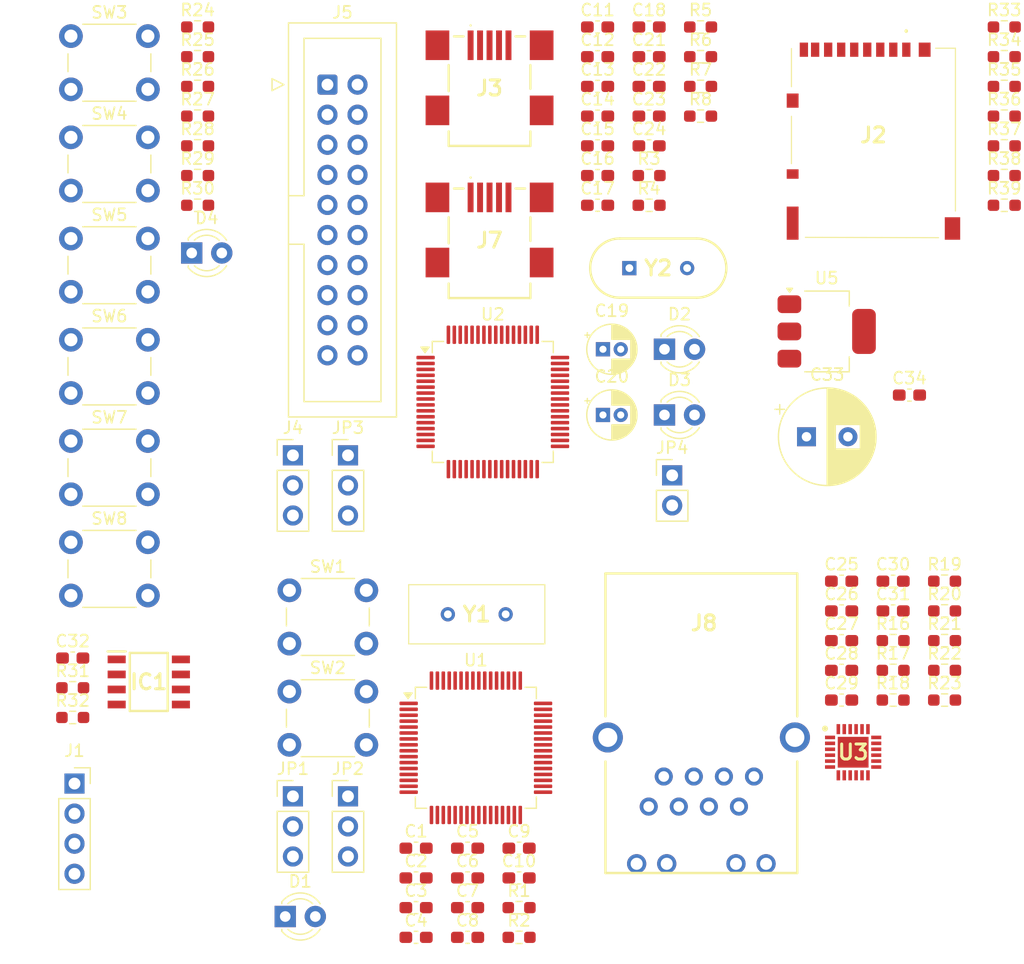
<source format=kicad_pcb>
(kicad_pcb (version 20240108) (generator "pcbnew") (generator_version "8.0")
  (layers (0 "F.Cu" signal) (31 "B.Cu" signal) (34 "B.Paste" user) (35 "F.Paste" user) (36 "B.SilkS" user "B.Silkscreen") (37 "F.SilkS" user "F.Silkscreen") (38 "B.Mask" user) (39 "F.Mask" user) (44 "Edge.Cuts" user))
  (net 0 "")
  (net 1 "GND")
  (net 2 "/MCU_RST")
  (net 3 "Net-(U1-PH0)")
  (net 4 "Net-(U1-PH1)")
  (net 5 "Net-(U1-VCAP_1)")
  (net 6 "Net-(U1-VCAP_2)")
  (net 7 "+3.3V")
  (net 8 "+1V8")
  (net 9 "Net-(U2-OSCI)")
  (net 10 "Net-(U2-OSCO)")
  (net 11 "+3V3")
  (net 12 "Net-(U3-VDDCR)")
  (net 13 "Net-(IC1-VCC)")
  (net 14 "USB_Vcc")
  (net 15 "Net-(D1-K)")
  (net 16 "Net-(D2-K)")
  (net 17 "Net-(D3-K)")
  (net 18 "/LED1")
  (net 19 "Net-(D4-K)")
  (net 20 "/Flash_SCK")
  (net 21 "Net-(IC1-~{W})")
  (net 22 "Net-(IC1-~{HOLD})")
  (net 23 "/Flash_MOSI")
  (net 24 "/Flash_MISO")
  (net 25 "/Flash_CS")
  (net 26 "/Oled_SCL_I2C")
  (net 27 "/Oled_SDA_I2C")
  (net 28 "Earth")
  (net 29 "/USB Programming and OTP/VBUS_PROG")
  (net 30 "/OTG_DM")
  (net 31 "/USB Programming and OTP/VBUS_OTG")
  (net 32 "/OTG_DP")
  (net 33 "/USART_RX")
  (net 34 "/USART_TX")
  (net 35 "/JTAG_TD0")
  (net 37 "/JTAG_TMS")
  (net 38 "/JTAG_TRST")
  (net 39 "/USB Programming and OTP/JTAG_SRST")
  (net 41 "/JTAG_TDI")
  (net 43 "/JTAG_TCK")
  (net 44 "/SDMMC_CD")
  (net 45 "/SDMMC_D3")
  (net 46 "/SDMMC_D1")
  (net 47 "/SDMMC_CMD")
  (net 48 "/SDMMC_D2")
  (net 49 "/SDMMC_CK")
  (net 50 "/SDMMC_WP")
  (net 51 "/SDMMC_D0")
  (net 52 "/Ethernet/RXN")
  (net 53 "/Ethernet/RXP")
  (net 54 "/Ethernet/TXN")
  (net 55 "/Ethernet/LED2")
  (net 56 "/Ethernet/LED1")
  (net 57 "/Ethernet/TXP")
  (net 58 "/OTG_FS_DM")
  (net 59 "/OTG_HS_DM")
  (net 60 "/OTG_HS_DP")
  (net 61 "/OTG_FS_DP")
  (net 62 "Net-(U1-BOOT0)")
  (net 63 "Net-(U2-REF)")
  (net 64 "Net-(U2-EEDATA)")
  (net 65 "Net-(U2-~{RESET})")
  (net 66 "Net-(U2-ACBUS1)")
  (net 67 "Net-(U2-ACBUS4)")
  (net 68 "Net-(U2-ACBUS3)")
  (net 69 "Net-(U3-RBIAS)")
  (net 70 "/GPIO1")
  (net 71 "/GPIO2")
  (net 72 "/GPIO4")
  (net 73 "/GPIO3")
  (net 74 "/GPIO5")
  (net 75 "/GPIO6")
  (net 76 "/ETH_RMII_RXD1")
  (net 78 "/ETH_RMII_TXD1")
  (net 80 "/ETH_RMII_REF_CLK")
  (net 85 "/ETH_RMII_TXD0")
  (net 86 "/MCO")
  (net 87 "/ETH_RMII_RXD0")
  (net 88 "/ETH_RMII_TX_EN")
  (net 92 "/ETH_RMII_CRS_DV")
  (net 103 "/USART_CTS")
  (net 107 "/USART_RTS")
  (net 122 "/Ethernet/RXER")
  (net 127 "Net-(U2-DP)")
  (net 128 "Net-(U2-DM)")
  (net 137 "Net-(J8-Pad9)")
  (net 138 "Net-(J8-Pad11)")
  (footprint "Button_Switch_THT:SW_PUSH_6mm_H5mm" (layer "F.Cu") (at 120.7975 84.12)
    (property "Reference" "SW7" (at 3.25 -2 0) (layer "F.SilkS"))
    (property "Value" "SW_Push")
    (pad "1" thru_hole circle (at 0 0 90) (size 2 2) (drill 1.1) (layers "*.Cu" "*.Mask") (net 74 "/GPIO5"))
    (pad "1" thru_hole circle (at 6.5 0 90) (size 2 2) (drill 1.1) (layers "*.Cu" "*.Mask") (net 74 "/GPIO5"))
    (pad "2" thru_hole circle (at 0 4.5 90) (size 2 2) (drill 1.1) (layers "*.Cu" "*.Mask") (net 7 "+3.3V"))
    (pad "2" thru_hole circle (at 6.5 4.5 90) (size 2 2) (drill 1.1) (layers "*.Cu" "*.Mask") (net 7 "+3.3V"))
  )
  (footprint "Capacitor_SMD:C_0603_1608Metric_Pad1.08x0.95mm_HandSolder" (layer "F.Cu") (at 190.2375 95.96)
    (property "Reference" "C30" (at 0 -1.43 0) (layer "F.SilkS"))
    (property "Value" "100nF")
    (pad "1" smd roundrect (at -0.8625 0) (size 1.075 0.95) (layers "F.Cu" "F.Paste" "F.Mask") (net 11 "+3V3"))
    (pad "2" smd roundrect (at 0.8625 0) (size 1.075 0.95) (layers "F.Cu" "F.Paste" "F.Mask") (net 1 "GND"))
  )
  (footprint "SamacSys_Parts:WURTH-7499010121A" (layer "F.Cu") (at 169.5975 114.9966)
    (property "Reference" "J8" (at 4.675 -15.5 0) (layer "F.SilkS") (effects (font (size 1.27 1.27) (thickness 0.254))))
    (property "Value" "7499010121A" (hide yes))
    (pad "" np_thru_hole circle (at -1.27 -8.89) (size 3.25 3.25) (drill 3.25) (layers "*.Cu" "*.Mask"))
    (pad "" np_thru_hole circle (at 10.16 -8.89) (size 3.25 3.25) (drill 3.25) (layers "*.Cu" "*.Mask"))
    (pad "1" thru_hole circle (at 0 0) (size 1.524 1.524) (drill 0.9) (layers "*.Cu" "*.Mask") (net 57 "/Ethernet/TXP"))
    (pad "2" thru_hole circle (at 1.27 -2.54) (size 1.524 1.524) (drill 0.9) (layers "*.Cu" "*.Mask") (net 11 "+3V3"))
    (pad "3" thru_hole circle (at 2.54 0) (size 1.524 1.524) (drill 0.9) (layers "*.Cu" "*.Mask") (net 54 "/Ethernet/TXN"))
    (pad "4" thru_hole circle (at 3.81 -2.54) (size 1.524 1.524) (drill 0.9) (layers "*.Cu" "*.Mask") (net 53 "/Ethernet/RXP"))
    (pad "5" thru_hole circle (at 5.08 0) (size 1.524 1.524) (drill 0.9) (layers "*.Cu" "*.Mask") (net 11 "+3V3"))
    (pad "6" thru_hole circle (at 6.35 -2.54) (size 1.524 1.524) (drill 0.9) (layers "*.Cu" "*.Mask") (net 52 "/Ethernet/RXN"))
    (pad "7" thru_hole circle (at 7.62 0) (size 1.524 1.524) (drill 0.9) (layers "*.Cu" "*.Mask"))
    (pad "8" thru_hole circle (at 8.89 -2.54) (size 1.524 1.524) (drill 0.9) (layers "*.Cu" "*.Mask") (net 28 "Earth"))
    (pad "9" thru_hole circle (at -1.02 4.83) (size 1.6256 1.6256) (drill 1.02) (layers "*.Cu" "*.Mask") (net 137 "Net-(J8-Pad9)"))
    (pad "10" thru_hole circle (at 1.52 4.83) (size 1.6256 1.6256) (drill 1.02) (layers "*.Cu" "*.Mask") (net 56 "/Ethernet/LED1"))
    (pad "11" thru_hole circle (at 7.37 4.83) (size 1.6256 1.6256) (drill 1.02) (layers "*.Cu" "*.Mask") (net 138 "Net-(J8-Pad11)"))
    (pad "12" thru_hole circle (at 9.91 4.83) (size 1.6256 1.6256) (drill 1.02) (layers "*.Cu" "*.Mask") (net 55 "/Ethernet/LED2"))
    (pad "13" thru_hole circle (at 12.345 -5.84) (size 2.54 2.54) (drill 1.6) (layers "*.Cu" "*.Mask"))
    (pad "14" thru_hole circle (at -3.455 -5.84) (size 2.54 2.54) (drill 1.6) (layers "*.Cu" "*.Mask"))
  )
  (footprint "Connector_PinHeader_2.54mm:PinHeader_1x03_P2.54mm_Vertical" (layer "F.Cu") (at 144.1975 114.13)
    (property "Reference" "JP2" (at 0 -2.33 0) (layer "F.SilkS"))
    (property "Value" "OTG FS-HS DP")
    (pad "1" thru_hole rect (at 0 0) (size 1.7 1.7) (drill 1) (layers "*.Cu" "*.Mask") (net 60 "/OTG_HS_DP"))
    (pad "2" thru_hole oval (at 0 2.54) (size 1.7 1.7) (drill 1) (layers "*.Cu" "*.Mask") (net 32 "/OTG_DP"))
    (pad "3" thru_hole oval (at 0 5.08) (size 1.7 1.7) (drill 1) (layers "*.Cu" "*.Mask") (net 61 "/OTG_FS_DP"))
  )
  (footprint "Button_Switch_THT:SW_PUSH_6mm_H5mm" (layer "F.Cu") (at 120.7975 75.57)
    (property "Reference" "SW6" (at 3.25 -2 0) (layer "F.SilkS"))
    (property "Value" "SW_Push")
    (pad "1" thru_hole circle (at 0 0 90) (size 2 2) (drill 1.1) (layers "*.Cu" "*.Mask") (net 73 "/GPIO3"))
    (pad "1" thru_hole circle (at 6.5 0 90) (size 2 2) (drill 1.1) (layers "*.Cu" "*.Mask") (net 73 "/GPIO3"))
    (pad "2" thru_hole circle (at 0 4.5 90) (size 2 2) (drill 1.1) (layers "*.Cu" "*.Mask") (net 7 "+3.3V"))
    (pad "2" thru_hole circle (at 6.5 4.5 90) (size 2 2) (drill 1.1) (layers "*.Cu" "*.Mask") (net 7 "+3.3V"))
  )
  (footprint "Resistor_SMD:R_0603_1608Metric_Pad0.98x0.95mm_HandSolder" (layer "F.Cu") (at 199.6275 51.66)
    (property "Reference" "R34" (at 0 -1.43 0) (layer "F.SilkS"))
    (property "Value" "47k")
    (pad "1" smd roundrect (at -0.9125 0) (size 0.975 0.95) (layers "F.Cu" "F.Paste" "F.Mask") (net 7 "+3.3V"))
    (pad "2" smd roundrect (at 0.9125 0) (size 0.975 0.95) (layers "F.Cu" "F.Paste" "F.Mask") (net 45 "/SDMMC_D3"))
  )
  (footprint "Capacitor_SMD:C_0603_1608Metric_Pad1.08x0.95mm_HandSolder" (layer "F.Cu") (at 190.2375 98.47)
    (property "Reference" "C31" (at 0 -1.43 0) (layer "F.SilkS"))
    (property "Value" "100nF")
    (pad "1" smd roundrect (at -0.8625 0) (size 1.075 0.95) (layers "F.Cu" "F.Paste" "F.Mask") (net 11 "+3V3"))
    (pad "2" smd roundrect (at 0.8625 0) (size 1.075 0.95) (layers "F.Cu" "F.Paste" "F.Mask") (net 1 "GND"))
  )
  (footprint "Connector_PinHeader_2.54mm:PinHeader_1x03_P2.54mm_Vertical" (layer "F.Cu") (at 144.1975 85.33)
    (property "Reference" "JP3" (at 0 -2.33 0) (layer "F.SilkS"))
    (property "Value" "VBUS USB-OTG")
    (pad "1" thru_hole rect (at 0 0) (size 1.7 1.7) (drill 1) (layers "*.Cu" "*.Mask") (net 29 "/USB Programming and OTP/VBUS_PROG"))
    (pad "2" thru_hole oval (at 0 2.54) (size 1.7 1.7) (drill 1) (layers "*.Cu" "*.Mask") (net 14 "USB_Vcc"))
    (pad "3" thru_hole oval (at 0 5.08) (size 1.7 1.7) (drill 1) (layers "*.Cu" "*.Mask") (net 31 "/USB Programming and OTP/VBUS_OTG"))
  )
  (footprint "Button_Switch_THT:SW_PUSH_6mm_H5mm" (layer "F.Cu") (at 120.7975 92.67)
    (property "Reference" "SW8" (at 3.25 -2 0) (layer "F.SilkS"))
    (property "Value" "SW_Push")
    (pad "1" thru_hole circle (at 0 0 90) (size 2 2) (drill 1.1) (layers "*.Cu" "*.Mask") (net 75 "/GPIO6"))
    (pad "1" thru_hole circle (at 6.5 0 90) (size 2 2) (drill 1.1) (layers "*.Cu" "*.Mask") (net 75 "/GPIO6"))
    (pad "2" thru_hole circle (at 0 4.5 90) (size 2 2) (drill 1.1) (layers "*.Cu" "*.Mask") (net 7 "+3.3V"))
    (pad "2" thru_hole circle (at 6.5 4.5 90) (size 2 2) (drill 1.1) (layers "*.Cu" "*.Mask") (net 7 "+3.3V"))
  )
  (footprint "SamacSys_Parts:65100516121" (layer "F.Cu") (at 156.1525 54.57)
    (property "Reference" "J3" (at 0 -0.25 0) (layer "F.SilkS") (effects (font (size 1.27 1.27) (thickness 0.254))))
    (property "Value" "65100516121" (hide yes))
    (pad "" np_thru_hole circle (at -2.2 -1.275) (size 0.9 0.9) (drill 0.9) (layers "*.Cu" "*.Mask"))
    (pad "" np_thru_hole circle (at 2.2 -1.275) (size 0.9 0.9) (drill 0.9) (layers "*.Cu" "*.Mask"))
    (pad "1" smd rect (at -1.6 -3.875) (size 0.5 2.5) (layers "F.Cu" "F.Paste" "F.Mask") (net 29 "/USB Programming and OTP/VBUS_PROG"))
    (pad "2" smd rect (at -0.8 -3.875) (size 0.5 2.5) (layers "F.Cu" "F.Paste" "F.Mask") (net 128 "Net-(U2-DM)"))
    (pad "3" smd rect (at 0 -3.875) (size 0.5 2.5) (layers "F.Cu" "F.Paste" "F.Mask") (net 127 "Net-(U2-DP)"))
    (pad "4" smd rect (at 0.8 -3.875) (size 0.5 2.5) (layers "F.Cu" "F.Paste" "F.Mask"))
    (pad "5" smd rect (at 1.6 -3.875) (size 0.5 2.5) (layers "F.Cu" "F.Paste" "F.Mask") (net 1 "GND"))
    (pad "MP1" smd rect (at -4.4 -3.875) (size 2 2.5) (layers "F.Cu" "F.Paste" "F.Mask"))
    (pad "MP2" smd rect (at -4.4 1.625) (size 2 2.5) (layers "F.Cu" "F.Paste" "F.Mask"))
    (pad "MP3" smd rect (at 4.4 1.625) (size 2 2.5) (layers "F.Cu" "F.Paste" "F.Mask"))
    (pad "MP4" smd rect (at 4.4 -3.875) (size 2 2.5) (layers "F.Cu" "F.Paste" "F.Mask"))
  )
  (footprint "SamacSys_Parts:DM3ATSFPEJM540" (layer "F.Cu") (at 191.3525 51.67)
    (property "Reference" "J2" (at -2.775 6.613 0) (layer "F.SilkS") (effects (font (size 1.27 1.27) (thickness 0.254))))
    (property "Value" "DM3AT-SF-PEJM5_40_" (hide yes))
    (pad "1" smd rect (at 0 -0.6) (size 0.7 1.2) (layers "F.Cu" "F.Paste" "F.Mask") (net 48 "/SDMMC_D2"))
    (pad "2" smd rect (at -1.1 -0.6) (size 0.7 1.2) (layers "F.Cu" "F.Paste" "F.Mask") (net 45 "/SDMMC_D3"))
    (pad "3" smd rect (at -2.2 -0.6) (size 0.7 1.2) (layers "F.Cu" "F.Paste" "F.Mask") (net 47 "/SDMMC_CMD"))
    (pad "4" smd rect (at -3.3 -0.6) (size 0.7 1.2) (layers "F.Cu" "F.Paste" "F.Mask") (net 7 "+3.3V"))
    (pad "5" smd rect (at -4.4 -0.6) (size 0.7 1.2) (layers "F.Cu" "F.Paste" "F.Mask") (net 49 "/SDMMC_CK"))
    (pad "6" smd rect (at -5.5 -0.6) (size 0.7 1.2) (layers "F.Cu" "F.Paste" "F.Mask") (net 1 "GND"))
    (pad "7" smd rect (at -6.6 -0.6) (size 0.7 1.2) (layers "F.Cu" "F.Paste" "F.Mask") (net 51 "/SDMMC_D0"))
    (pad "8" smd rect (at -7.7 -0.6) (size 0.7 1.2) (layers "F.Cu" "F.Paste" "F.Mask") (net 46 "/SDMMC_D1"))
    (pad "CD1" smd rect (at -8.65 -0.6) (size 0.7 1.2) (layers "F.Cu" "F.Paste" "F.Mask") (net 44 "/SDMMC_CD"))
    (pad "MP1" smd rect (at 1.55 -0.6) (size 1 1.2) (layers "F.Cu" "F.Paste" "F.Mask"))
    (pad "MP2" smd rect (at -9.6 3.7) (size 1 1.2) (layers "F.Cu" "F.Paste" "F.Mask"))
    (pad "MP3" smd rect (at -9.6 9.9 90) (size 0.8 1) (layers "F.Cu" "F.Paste" "F.Mask"))
    (pad "MP4" smd rect (at -9.6 14.05) (size 1 2.8) (layers "F.Cu" "F.Paste" "F.Mask"))
    (pad "MP5" smd rect (at 3.9 14.5) (size 1.3 1.9) (layers "F.Cu" "F.Paste" "F.Mask"))
  )
  (footprint "Capacitor_SMD:C_0603_1608Metric_Pad1.08x0.95mm_HandSolder" (layer "F.Cu") (at 120.9475 102.45)
    (property "Reference" "C32" (at 0 -1.43 0) (layer "F.SilkS"))
    (property "Value" "100nF")
    (pad "1" smd roundrect (at -0.8625 0) (size 1.075 0.95) (layers "F.Cu" "F.Paste" "F.Mask") (net 7 "+3.3V"))
    (pad "2" smd roundrect (at 0.8625 0) (size 1.075 0.95) (layers "F.Cu" "F.Paste" "F.Mask") (net 13 "Net-(IC1-VCC)"))
  )
  (footprint "Button_Switch_THT:SW_PUSH_6mm_H5mm" (layer "F.Cu") (at 120.7975 49.92)
    (property "Reference" "SW3" (at 3.25 -2 0) (layer "F.SilkS"))
    (property "Value" "SW_Push")
    (pad "1" thru_hole circle (at 0 0 90) (size 2 2) (drill 1.1) (layers "*.Cu" "*.Mask") (net 70 "/GPIO1"))
    (pad "1" thru_hole circle (at 6.5 0 90) (size 2 2) (drill 1.1) (layers "*.Cu" "*.Mask") (net 70 "/GPIO1"))
    (pad "2" thru_hole circle (at 0 4.5 90) (size 2 2) (drill 1.1) (layers "*.Cu" "*.Mask") (net 7 "+3.3V"))
    (pad "2" thru_hole circle (at 6.5 4.5 90) (size 2 2) (drill 1.1) (layers "*.Cu" "*.Mask") (net 7 "+3.3V"))
  )
  (footprint "LED_THT:LED_D3.0mm" (layer "F.Cu") (at 138.8975 124.28)
    (property "Reference" "D1" (at 1.27 -2.96 0) (layer "F.SilkS"))
    (property "Value" "PWRLED")
    (pad "1" thru_hole rect (at 0 0) (size 1.8 1.8) (drill 0.9) (layers "*.Cu" "*.Mask") (net 15 "Net-(D1-K)"))
    (pad "2" thru_hole circle (at 2.54 0) (size 1.8 1.8) (drill 0.9) (layers "*.Cu" "*.Mask") (net 14 "USB_Vcc"))
  )
  (footprint "SamacSys_Parts:ABL" (layer "F.Cu") (at 167.9625 69.515)
    (property "Reference" "Y2" (at 2.44 0 0) (layer "F.SilkS") (effects (font (size 1.27 1.27) (thickness 0.254))))
    (property "Value" "ABL-12.000MHZ-20-D4HFI" (hide yes))
    (pad "1" thru_hole rect (at 0 0) (size 1.205 1.205) (drill 0.657) (layers "*.Cu" "*.Mask") (net 9 "Net-(U2-OSCI)"))
    (pad "2" thru_hole circle (at 4.88 0) (size 1.205 1.205) (drill 0.657) (layers "*.Cu" "*.Mask") (net 10 "Net-(U2-OSCO)"))
  )
  (footprint "Capacitor_SMD:C_0603_1608Metric_Pad1.08x0.95mm_HandSolder" (layer "F.Cu") (at 165.2775 54.17)
    (property "Reference" "C13" (at 0 -1.43 0) (layer "F.SilkS"))
    (property "Value" "100nF")
    (pad "1" smd roundrect (at -0.8625 0) (size 1.075 0.95) (layers "F.Cu" "F.Paste" "F.Mask") (net 1 "GND"))
    (pad "2" smd roundrect (at 0.8625 0) (size 1.075 0.95) (layers "F.Cu" "F.Paste" "F.Mask") (net 7 "+3.3V"))
  )
  (footprint "Capacitor_SMD:C_0603_1608Metric_Pad1.08x0.95mm_HandSolder" (layer "F.Cu") (at 154.2975 126.04)
    (property "Reference" "C8" (at 0 -1.43 0) (layer "F.SilkS"))
    (property "Value" "100nF")
    (pad "1" smd roundrect (at -0.8625 0) (size 1.075 0.95) (layers "F.Cu" "F.Paste" "F.Mask") (net 7 "+3.3V"))
    (pad "2" smd roundrect (at 0.8625 0) (size 1.075 0.95) (layers "F.Cu" "F.Paste" "F.Mask") (net 1 "GND"))
  )
  (footprint "Resistor_SMD:R_0603_1608Metric_Pad0.98x0.95mm_HandSolder" (layer "F.Cu") (at 190.2375 103.49)
    (property "Reference" "R17" (at 0 -1.43 0) (layer "F.SilkS"))
    (property "Value" "270R")
    (pad "1" smd roundrect (at -0.9125 0) (size 0.975 0.95) (layers "F.Cu" "F.Paste" "F.Mask") (net 137 "Net-(J8-Pad9)"))
    (pad "2" smd roundrect (at 0.9125 0) (size 0.975 0.95) (layers "F.Cu" "F.Paste" "F.Mask") (net 1 "GND"))
  )
  (footprint "Resistor_SMD:R_0603_1608Metric_Pad0.98x0.95mm_HandSolder" (layer "F.Cu") (at 169.6275 61.7)
    (property "Reference" "R3" (at 0 -1.43 0) (layer "F.SilkS"))
    (property "Value" "12k")
    (pad "1" smd roundrect (at -0.9125 0) (size 0.975 0.95) (layers "F.Cu" "F.Paste" "F.Mask") (net 1 "GND"))
    (pad "2" smd roundrect (at 0.9125 0) (size 0.975 0.95) (layers "F.Cu" "F.Paste" "F.Mask") (net 63 "Net-(U2-REF)"))
  )
  (footprint "SamacSys_Parts:ABL25000MHzB1UB" (layer "F.Cu") (at 152.6325 98.755)
    (property "Reference" "Y1" (at 2.44 0 0) (layer "F.SilkS") (effects (font (size 1.27 1.27) (thickness 0.254))))
    (property "Value" "ABL-25.000MHz-B1UB" (hide yes))
    (pad "1" thru_hole circle (at 0 0) (size 1.205 1.205) (drill 0.657) (layers "*.Cu" "*.Mask") (net 4 "Net-(U1-PH1)"))
    (pad "2" thru_hole circle (at 4.88 0) (size 1.205 1.205) (drill 0.657) (layers "*.Cu" "*.Mask") (net 3 "Net-(U1-PH0)"))
  )
  (footprint "Capacitor_SMD:C_0603_1608Metric_Pad1.08x0.95mm_HandSolder" (layer "F.Cu") (at 169.6275 56.68)
    (property "Reference" "C23" (at 0 -1.43 0) (layer "F.SilkS"))
    (property "Value" "100nF")
    (pad "1" smd roundrect (at -0.8625 0) (size 1.075 0.95) (layers "F.Cu" "F.Paste" "F.Mask") (net 1 "GND"))
    (pad "2" smd roundrect (at 0.8625 0) (size 1.075 0.95) (layers "F.Cu" "F.Paste" "F.Mask") (net 7 "+3.3V"))
  )
  (footprint "Resistor_SMD:R_0603_1608Metric_Pad0.98x0.95mm_HandSolder" (layer "F.Cu") (at 131.4975 51.66)
    (property "Reference" "R25" (at 0 -1.43 0) (layer "F.SilkS"))
    (property "Value" "220k")
    (pad "1" smd roundrect (at -0.9125 0) (size 0.975 0.95) (layers "F.Cu" "F.Paste" "F.Mask") (net 71 "/GPIO2"))
    (pad "2" smd roundrect (at 0.9125 0) (size 0.975 0.95) (layers "F.Cu" "F.Paste" "F.Mask") (net 1 "GND"))
  )
  (footprint "Capacitor_THT:CP_Radial_D4.0mm_P1.50mm" (layer "F.Cu") (at 165.732301 81.92)
    (property "Reference" "C20" (at 0.75 -3.25 0) (layer "F.SilkS"))
    (property "Value" "4.7uF")
    (pad "1" thru_hole rect (at 0 0) (size 1.2 1.2) (drill 0.6) (layers "*.Cu" "*.Mask") (net 7 "+3.3V"))
    (pad "2" thru_hole circle (at 1.5 0) (size 1.2 1.2) (drill 0.6) (layers "*.Cu" "*.Mask") (net 1 "GND"))
  )
  (footprint "Capacitor_SMD:C_0603_1608Metric_Pad1.08x0.95mm_HandSolder" (layer "F.Cu") (at 165.2775 49.15)
    (property "Reference" "C11" (at 0 -1.43 0) (layer "F.SilkS"))
    (property "Value" "100nF")
    (pad "1" smd roundrect (at -0.8625 0) (size 1.075 0.95) (layers "F.Cu" "F.Paste" "F.Mask") (net 1 "GND"))
    (pad "2" smd roundrect (at 0.8625 0) (size 1.075 0.95) (layers "F.Cu" "F.Paste" "F.Mask") (net 7 "+3.3V"))
  )
  (footprint "Capacitor_SMD:C_0603_1608Metric_Pad1.08x0.95mm_HandSolder" (layer "F.Cu") (at 149.9475 118.51)
    (property "Reference" "C1" (at 0 -1.43 0) (layer "F.SilkS"))
    (property "Value" "100nF")
    (pad "1" smd roundrect (at -0.8625 0) (size 1.075 0.95) (layers "F.Cu" "F.Paste" "F.Mask") (net 2 "/MCU_RST"))
    (pad "2" smd roundrect (at 0.8625 0) (size 1.075 0.95) (layers "F.Cu" "F.Paste" "F.Mask") (net 1 "GND"))
  )
  (footprint "Capacitor_SMD:C_0603_1608Metric_Pad1.08x0.95mm_HandSolder" (layer "F.Cu") (at 185.8875 100.98)
    (property "Reference" "C27" (at 0 -1.43 0) (layer "F.SilkS"))
    (property "Value" "1uF")
    (pad "1" smd roundrect (at -0.8625 0) (size 1.075 0.95) (layers "F.Cu" "F.Paste" "F.Mask") (net 11 "+3V3"))
    (pad "2" smd roundrect (at 0.8625 0) (size 1.075 0.95) (layers "F.Cu" "F.Paste" "F.Mask") (net 1 "GND"))
  )
  (footprint "Resistor_SMD:R_0603_1608Metric_Pad0.98x0.95mm_HandSolder" (layer "F.Cu") (at 190.2375 106)
    (property "Reference" "R18" (at 0 -1.43 0) (layer "F.SilkS"))
    (property "Value" "10k")
    (pad "1" smd roundrect (at -0.9125 0) (size 0.975 0.95) (layers "F.Cu" "F.Paste" "F.Mask") (net 55 "/Ethernet/LED2"))
    (pad "2" smd roundrect (at 0.9125 0) (size 0.975 0.95) (layers "F.Cu" "F.Paste" "F.Mask") (net 1 "GND"))
  )
  (footprint "Resistor_SMD:R_0603_1608Metric_Pad0.98x0.95mm_HandSolder" (layer "F.Cu") (at 199.6275 64.21)
    (property "Reference" "R39" (at 0 -1.43 0) (layer "F.SilkS"))
    (property "Value" "47k")
    (pad "1" smd roundrect (at -0.9125 0) (size 0.975 0.95) (layers "F.Cu" "F.Paste" "F.Mask") (net 7 "+3.3V"))
    (pad "2" smd roundrect (at 0.9125 0) (size 0.975 0.95) (layers "F.Cu" "F.Paste" "F.Mask") (net 44 "/SDMMC_CD"))
  )
  (footprint "Capacitor_SMD:C_0603_1608Metric_Pad1.08x0.95mm_HandSolder" (layer "F.Cu") (at 169.6275 59.19)
    (property "Reference" "C24" (at 0 -1.43 0) (layer "F.SilkS"))
    (property "Value" "100nF")
    (pad "1" smd roundrect (at -0.8625 0) (size 1.075 0.95) (layers "F.Cu" "F.Paste" "F.Mask") (net 1 "GND"))
    (pad "2" smd roundrect (at 0.8625 0) (size 1.075 0.95) (layers "F.Cu" "F.Paste" "F.Mask") (net 7 "+3.3V"))
  )
  (footprint "Resistor_SMD:R_0603_1608Metric_Pad0.98x0.95mm_HandSolder" (layer "F.Cu") (at 131.4975 64.21)
    (property "Reference" "R30" (at 0 -1.43 0) (layer "F.SilkS"))
    (property "Value" "220k")
    (pad "1" smd roundrect (at -0.9125 0) (size 0.975 0.95) (layers "F.Cu" "F.Paste" "F.Mask") (net 75 "/GPIO6"))
    (pad "2" smd roundrect (at 0.9125 0) (size 0.975 0.95) (layers "F.Cu" "F.Paste" "F.Mask") (net 1 "GND"))
  )
  (footprint "Capacitor_SMD:C_0603_1608Metric_Pad1.08x0.95mm_HandSolder" (layer "F.Cu") (at 165.2775 59.19)
    (property "Reference" "C15" (at 0 -1.43 0) (layer "F.SilkS"))
    (property "Value" "100nF")
    (pad "1" smd roundrect (at -0.8625 0) (size 1.075 0.95) (layers "F.Cu" "F.Paste" "F.Mask") (net 1 "GND"))
    (pad "2" smd roundrect (at 0.8625 0) (size 1.075 0.95) (layers "F.Cu" "F.Paste" "F.Mask") (net 7 "+3.3V"))
  )
  (footprint "Resistor_SMD:R_0603_1608Metric_Pad0.98x0.95mm_HandSolder" (layer "F.Cu") (at 131.4975 59.19)
    (property "Reference" "R28" (at 0 -1.43 0) (layer "F.SilkS"))
    (property "Value" "220k")
    (pad "1" smd roundrect (at -0.9125 0) (size 0.975 0.95) (layers "F.Cu" "F.Paste" "F.Mask") (net 73 "/GPIO3"))
    (pad "2" smd roundrect (at 0.9125 0) (size 0.975 0.95) (layers "F.Cu" "F.Paste" "F.Mask") (net 1 "GND"))
  )
  (footprint "Connector_PinHeader_2.54mm:PinHeader_1x02_P2.54mm_Vertical" (layer "F.Cu") (at 171.5775 87.02)
    (property "Reference" "JP4" (at 0 -2.33 0) (layer "F.SilkS"))
    (property "Value" "MCU_RST")
    (pad "1" thru_hole rect (at 0 0) (size 1.7 1.7) (drill 1) (layers "*.Cu" "*.Mask") (net 39 "/USB Programming and OTP/JTAG_SRST"))
    (pad "2" thru_hole oval (at 0 2.54) (size 1.7 1.7) (drill 1) (layers "*.Cu" "*.Mask") (net 2 "/MCU_RST"))
  )
  (footprint "Resistor_SMD:R_0603_1608Metric_Pad0.98x0.95mm_HandSolder" (layer "F.Cu") (at 131.4975 56.68)
    (property "Reference" "R27" (at 0 -1.43 0) (layer "F.SilkS"))
    (property "Value" "10k")
    (pad "1" smd roundrect (at -0.9125 0) (size 0.975 0.95) (layers "F.Cu" "F.Paste" "F.Mask") (net 1 "GND"))
    (pad "2" smd roundrect (at 0.9125 0) (size 0.975 0.95) (layers "F.Cu" "F.Paste" "F.Mask") (net 19 "Net-(D4-K)"))
  )
  (footprint "Capacitor_SMD:C_0603_1608Metric_Pad1.08x0.95mm_HandSolder" (layer "F.Cu") (at 158.6475 118.51)
    (property "Reference" "C9" (at 0 -1.43 0) (layer "F.SilkS"))
    (property "Value" "100nF")
    (pad "1" smd roundrect (at -0.8625 0) (size 1.075 0.95) (layers "F.Cu" "F.Paste" "F.Mask") (net 7 "+3.3V"))
    (pad "2" smd roundrect (at 0.8625 0) (size 1.075 0.95) (layers "F.Cu" "F.Paste" "F.Mask") (net 1 "GND"))
  )
  (footprint "Resistor_SMD:R_0603_1608Metric_Pad0.98x0.95mm_HandSolder" (layer "F.Cu") (at 120.9475 107.47)
    (property "Reference" "R32" (at 0 -1.43 0) (layer "F.SilkS"))
    (property "Value" "10k")
    (pad "1" smd roundrect (at -0.9125 0) (size 0.975 0.95) (layers "F.Cu" "F.Paste" "F.Mask") (net 7 "+3.3V"))
    (pad "2" smd roundrect (at 0.9125 0) (size 0.975 0.95) (layers "F.Cu" "F.Paste" "F.Mask") (net 22 "Net-(IC1-~{HOLD})"))
  )
  (footprint "Capacitor_SMD:C_0603_1608Metric_Pad1.08x0.95mm_HandSolder" (layer "F.Cu") (at 185.8875 95.96)
    (property "Reference" "C25" (at 0 -1.43 0) (layer "F.SilkS"))
    (property "Value" "100nF")
    (pad "1" smd roundrect (at -0.8625 0) (size 1.075 0.95) (layers "F.Cu" "F.Paste" "F.Mask") (net 11 "+3V3"))
    (pad "2" smd roundrect (at 0.8625 0) (size 1.075 0.95) (layers "F.Cu" "F.Paste" "F.Mask") (net 1 "GND"))
  )
  (footprint "Resistor_SMD:R_0603_1608Metric_Pad0.98x0.95mm_HandSolder" (layer "F.Cu") (at 194.5875 103.49)
    (property "Reference" "R22" (at 0 -1.43 0) (layer "F.SilkS"))
    (property "Value" "49.9R")
    (pad "1" smd roundrect (at -0.9125 0) (size 0.975 0.95) (layers "F.Cu" "F.Paste" "F.Mask") (net 11 "+3V3"))
    (pad "2" smd roundrect (at 0.9125 0) (size 0.975 0.95) (layers "F.Cu" "F.Paste" "F.Mask") (net 52 "/Ethernet/RXN"))
  )
  (footprint "Resistor_SMD:R_0603_1608Metric_Pad0.98x0.95mm_HandSolder" (layer "F.Cu") (at 194.5875 98.47)
    (property "Reference" "R20" (at 0 -1.43 0) (layer "F.SilkS"))
    (property "Value" "49.9R")
    (pad "1" smd roundrect (at -0.9125 0) (size 0.975 0.95) (layers "F.Cu" "F.Paste" "F.Mask") (net 11 "+3V3"))
    (pad "2" smd roundrect (at 0.9125 0) (size 0.975 0.95) (layers "F.Cu" "F.Paste" "F.Mask") (net 54 "/Ethernet/TXN"))
  )
  (footprint "Capacitor_SMD:C_0603_1608Metric_Pad1.08x0.95mm_HandSolder" (layer "F.Cu") (at 165.2775 51.66)
    (property "Reference" "C12" (at 0 -1.43 0) (layer "F.SilkS"))
    (property "Value" "100nF")
    (pad "1" smd roundrect (at -0.8625 0) (size 1.075 0.95) (layers "F.Cu" "F.Paste" "F.Mask") (net 1 "GND"))
    (pad "2" smd roundrect (at 0.8625 0) (size 1.075 0.95) (layers "F.Cu" "F.Paste" "F.Mask") (net 8 "+1V8"))
  )
  (footprint "Resistor_SMD:R_0603_1608Metric_Pad0.98x0.95mm_HandSolder" (layer "F.Cu") (at 173.9775 54.17)
    (property "Reference" "R7" (at 0 -1.43 0) (layer "F.SilkS"))
    (property "Value" "270R")
    (pad "1" smd roundrect (at -0.9125 0) (size 0.975 0.95) (layers "F.Cu" "F.Paste" "F.Mask") (net 67 "Net-(U2-ACBUS4)"))
    (pad "2" smd roundrect (at 0.9125 0) (size 0.975 0.95) (layers "F.Cu" "F.Paste" "F.Mask") (net 16 "Net-(D2-K)"))
  )
  (footprint "Resistor_SMD:R_0603_1608Metric_Pad0.98x0.95mm_HandSolder" (layer "F.Cu") (at 169.6275 64.21)
    (property "Reference" "R4" (at 0 -1.43 0) (layer "F.SilkS"))
    (property "Value" "10k")
    (pad "1" smd roundrect (at -0.9125 0) (size 0.975 0.95) (layers "F.Cu" "F.Paste" "F.Mask") (net 7 "+3.3V"))
    (pad "2" smd roundrect (at 0.9125 0) (size 0.975 0.95) (layers "F.Cu" "F.Paste" "F.Mask") (net 64 "Net-(U2-EEDATA)"))
  )
  (footprint "Capacitor_SMD:C_0603_1608Metric_Pad1.08x0.95mm_HandSolder" (layer "F.Cu") (at 154.2975 118.51)
    (property "Reference" "C5" (at 0 -1.43 0) (layer "F.SilkS"))
    (property "Value" "22uF")
    (pad "1" smd roundrect (at -0.8625 0) (size 1.075 0.95) (layers "F.Cu" "F.Paste" "F.Mask") (net 6 "Net-(U1-VCAP_2)"))
    (pad "2" smd roundrect (at 0.8625 0) (size 1.075 0.95) (layers "F.Cu" "F.Paste" "F.Mask") (net 1 "GND"))
  )
  (footprint "Capacitor_SMD:C_0603_1608Metric_Pad1.08x0.95mm_HandSolder" (layer "F.Cu") (at 165.2775 56.68)
    (property "Reference" "C14" (at 0 -1.43 0) (layer "F.SilkS"))
    (property "Value" "100nF")
    (pad "1" smd roundrect (at -0.8625 0) (size 1.075 0.95) (layers "F.Cu" "F.Paste" "F.Mask") (net 1 "GND"))
    (pad "2" smd roundrect (at 0.8625 0) (size 1.075 0.95) (layers "F.Cu" "F.Paste" "F.Mask") (net 8 "+1V8"))
  )
  (footprint "Capacitor_SMD:C_0603_1608Metric_Pad1.08x0.95mm_HandSolder" (layer "F.Cu") (at 149.9475 126.04)
    (property "Reference" "C4" (at 0 -1.43 0) (layer "F.SilkS"))
    (property "Value" "22uF")
    (pad "1" smd roundrect (at -0.8625 0) (size 1.075 0.95) (layers "F.Cu" "F.Paste" "F.Mask") (net 5 "Net-(U1-VCAP_1)"))
    (pad "2" smd roundrect (at 0.8625 0) (size 1.075 0.95) (layers "F.Cu" "F.Paste" "F.Mask") (net 1 "GND"))
  )
  (footprint "Connector_PinSocket_2.54mm:PinSocket_1x04_P2.54mm_Vertical" (layer "F.Cu") (at 121.0975 113.05)
    (property "Reference" "J1" (at 0 -2.77 0) (layer "F.SilkS"))
    (property "Value" "I2C Oled Screen")
    (pad "1" thru_hole rect (at 0 0) (size 1.7 1.7) (drill 1) (layers "*.Cu" "*.Mask") (net 1 "GND"))
    (pad "2" thru_hole oval (at 0 2.54) (size 1.7 1.7) (drill 1) (layers "*.Cu" "*.Mask") (net 7 "+3.3V"))
    (pad "3" thru_hole oval (at 0 5.08) (size 1.7 1.7) (drill 1) (layers "*.Cu" "*.Mask") (net 27 "/Oled_SDA_I2C"))
    (pad "4" thru_hole oval (at 0 7.62) (size 1.7 1.7) (drill 1) (layers "*.Cu" "*.Mask") (net 26 "/Oled_SCL_I2C"))
  )
  (footprint "Resistor_SMD:R_0603_1608Metric_Pad0.98x0.95mm_HandSolder" (layer "F.Cu") (at 173.9775 51.66)
    (property "Reference" "R6" (at 0 -1.43 0) (layer "F.SilkS"))
    (property "Value" "1k")
    (pad "1" smd roundrect (at -0.9125 0) (size 0.975 0.95) (layers "F.Cu" "F.Paste" "F.Mask") (net 66 "Net-(U2-ACBUS1)"))
    (pad "2" smd roundrect (at 0.9125 0) (size 0.975 0.95) (layers "F.Cu" "F.Paste" "F.Mask") (net 39 "/USB Programming and OTP/JTAG_SRST"))
  )
  (footprint "Capacitor_SMD:C_0603_1608Metric_Pad1.08x0.95mm_HandSolder" (layer "F.Cu") (at 169.6275 54.17)
    (property "Reference" "C22" (at 0 -1.43 0) (layer "F.SilkS"))
    (property "Value" "3.3uF")
    (pad "1" smd roundrect (at -0.8625 0) (size 1.075 0.95) (layers "F.Cu" "F.Paste" "F.Mask") (net 1 "GND"))
    (pad "2" smd roundrect (at 0.8625 0) (size 1.075 0.95) (layers "F.Cu" "F.Paste" "F.Mask") (net 8 "+1V8"))
  )
  (footprint "Resistor_SMD:R_0603_1608Metric_Pad0.98x0.95mm_HandSolder" (layer "F.Cu") (at 131.4975 49.15)
    (property "Reference" "R24" (at 0 -1.43 0) (layer "F.SilkS"))
    (property "Value" "220k")
    (pad "1" smd roundrect (at -0.9125 0) (size 0.975 0.95) (layers "F.Cu" "F.Paste" "F.Mask") (net 70 "/GPIO1"))
    (pad "2" smd roundrect (at 0.9125 0) (size 0.975 0.95) (layers "F.Cu" "F.Paste" "F.Mask") (net 1 "GND"))
  )
  (footprint "Capacitor_SMD:C_0603_1608Metric_Pad1.08x0.95mm_HandSolder" (layer "F.Cu") (at 165.2775 61.7)
    (property "Reference" "C16" (at 0 -1.43 0) (layer "F.SilkS"))
    (property "Value" "100nF")
    (pad "1" smd roundrect (at -0.8625 0) (size 1.075 0.95) (layers "F.Cu" "F.Paste" "F.Mask") (net 1 "GND"))
    (pad "2" smd roundrect (at 0.8625 0) (size 1.075 0.95) (layers "F.Cu" "F.Paste" "F.Mask") (net 8 "+1V8"))
  )
  (footprint "Resistor_SMD:R_0603_1608Metric_Pad0.98x0.95mm_HandSolder" (layer "F.Cu") (at 173.9775 56.68)
    (property "Reference" "R8" (at 0 -1.43 0) (layer "F.SilkS"))
    (property "Value" "270R")
    (pad "1" smd roundrect (at -0.9125 0) (size 0.975 0.95) (layers "F.Cu" "F.Paste" "F.Mask") (net 68 "Net-(U2-ACBUS3)"))
    (pad "2" smd roundrect (at 0.9125 0) (size 0.975 0.95) (layers "F.Cu" "F.Paste" "F.Mask") (net 17 "Net-(D3-K)"))
  )
  (footprint "Capacitor_SMD:C_0603_1608Metric_Pad1.08x0.95mm_HandSolder" (layer "F.Cu") (at 169.6275 51.66)
    (property "Reference" "C21" (at 0 -1.43 0) (layer "F.SilkS"))
    (property "Value" "27pF")
    (pad "1" smd roundrect (at -0.8625 0) (size 1.075 0.95) (layers "F.Cu" "F.Paste" "F.Mask") (net 1 "GND"))
    (pad "2" smd roundrect (at 0.8625 0) (size 1.075 0.95) (layers "F.Cu" "F.Paste" "F.Mask") (net 10 "Net-(U2-OSCO)"))
  )
  (footprint "Package_QFP:LQFP-64_10x10mm_P0.5mm" (layer "F.Cu") (at 156.4275 80.82)
    (property "Reference" "U2" (at 0 -7.4 0) (layer "F.SilkS"))
    (property "Value" "FT2232HL")
    (pad "1" smd roundrect (at -5.675 -3.75) (size 1.55 0.3) (layers "F.Cu" "F.Paste" "F.Mask") (net 1 "GND"))
    (pad "2" smd roundrect (at -5.675 -3.25) (size 1.55 0.3) (layers "F.Cu" "F.Paste" "F.Mask") (net 9 "Net-(U2-OSCI)"))
    (pad "3" smd roundrect (at -5.675 -2.75) (size 1.55 0.3) (layers "F.Cu" "F.Paste" "F.Mask") (net 10 "Net-(U2-OSCO)"))
    (pad "4" smd roundrect (at -5.675 -2.25) (size 1.55 0.3) (layers "F.Cu" "F.Paste" "F.Mask") (net 7 "+3.3V"))
    (pad "5" smd roundrect (at -5.675 -1.75) (size 1.55 0.3) (layers "F.Cu" "F.Paste" "F.Mask") (net 1 "GND"))
    (pad "6" smd roundrect (at -5.675 -1.25) (size 1.55 0.3) (layers "F.Cu" "F.Paste" "F.Mask") (net 63 "Net-(U2-REF)"))
    (pad "7" smd roundrect (at -5.675 -0.75) (size 1.55 0.3) (layers "F.Cu" "F.Paste" "F.Mask") (net 128 "Net-(U2-DM)"))
    (pad "8" smd roundrect (at -5.675 -0.25) (size 1.55 0.3) (layers "F.Cu" "F.Paste" "F.Mask") (net 127 "Net-(U2-DP)"))
    (pad "9" smd roundrect (at -5.675 0.25) (size 1.55 0.3) (layers "F.Cu" "F.Paste" "F.Mask") (net 7 "+3.3V"))
    (pad "10" smd roundrect (at -5.675 0.75) (size 1.55 0.3) (layers "F.Cu" "F.Paste" "F.Mask") (net 1 "GND"))
    (pad "11" smd roundrect (at -5.675 1.25) (size 1.55 0.3) (layers "F.Cu" "F.Paste" "F.Mask") (net 1 "GND"))
    (pad "12" smd roundrect (at -5.675 1.75) (size 1.55 0.3) (layers "F.Cu" "F.Paste" "F.Mask") (net 8 "+1V8"))
    (pad "13" smd roundrect (at -5.675 2.25) (size 1.55 0.3) (layers "F.Cu" "F.Paste" "F.Mask") (net 1 "GND"))
    (pad "14" smd roundrect (at -5.675 2.75) (size 1.55 0.3) (layers "F.Cu" "F.Paste" "F.Mask") (net 65 "Net-(U2-~{RESET})"))
    (pad "15" smd roundrect (at -5.675 3.25) (size 1.55 0.3) (layers "F.Cu" "F.Paste" "F.Mask") (net 1 "GND"))
    (pad "16" smd roundrect (at -5.675 3.75) (size 1.55 0.3) (layers "F.Cu" "F.Paste" "F.Mask") (net 43 "/JTAG_TCK"))
    (pad "17" smd roundrect (at -3.75 5.675) (size 0.3 1.55) (layers "F.Cu" "F.Paste" "F.Mask") (net 41 "/JTAG_TDI"))
    (pad "18" smd roundrect (at -3.25 5.675) (size 0.3 1.55) (layers "F.Cu" "F.Paste" "F.Mask") (net 35 "/JTAG_TD0"))
    (pad "19" smd roundrect (at -2.75 5.675) (size 0.3 1.55) (layers "F.Cu" "F.Paste" "F.Mask") (net 37 "/JTAG_TMS"))
    (pad "20" smd roundrect (at -2.25 5.675) (size 0.3 1.55) (layers "F.Cu" "F.Paste" "F.Mask") (net 7 "+3.3V"))
    (pad "21" smd roundrect (at -1.75 5.675) (size 0.3 1.55) (layers "F.Cu" "F.Paste" "F.Mask"))
    (pad "22" smd roundrect (at -1.25 5.675) (size 0.3 1.55) (layers "F.Cu" "F.Paste" "F.Mask"))
    (pad "23" smd roundrect (at -0.75 5.675) (size 0.3 1.55) (layers "F.Cu" "F.Paste" "F.Mask"))
    (pad "24" smd roundrect (at -0.25 5.675) (size 0.3 1.55) (layers "F.Cu" "F.Paste" "F.Mask"))
    (pad "25" smd roundrect (at 0.25 5.675) (size 0.3 1.55) (layers "F.Cu" "F.Paste" "F.Mask") (net 1 "GND"))
    (pad "26" smd roundrect (at 0.75 5.675) (size 0.3 1.55) (layers "F.Cu" "F.Paste" "F.Mask") (net 38 "/JTAG_TRST"))
    (pad "27" smd roundrect (at 1.25 5.675) (size 0.3 1.55) (layers "F.Cu" "F.Paste" "F.Mask") (net 66 "Net-(U2-ACBUS1)"))
    (pad "28" smd roundrect (at 1.75 5.675) (size 0.3 1.55) (layers "F.Cu" "F.Paste" "F.Mask"))
    (pad "29" smd roundrect (at 2.25 5.675) (size 0.3 1.55) (layers "F.Cu" "F.Paste" "F.Mask") (net 68 "Net-(U2-ACBUS3)"))
    (pad "30" smd roundrect (at 2.75 5.675) (size 0.3 1.55) (layers "F.Cu" "F.Paste" "F.Mask") (net 67 "Net-(U2-ACBUS4)"))
    (pad "31" smd roundrect (at 3.25 5.675) (size 0.3 1.55) (layers "F.Cu" "F.Paste" "F.Mask") (net 7 "+3.3V"))
    (pad "32" smd roundrect (at 3.75 5.675) (size 0.3 1.55) (layers "F.Cu" "F.Paste" "F.Mask"))
    (pad "33" smd roundrect (at 5.675 3.75) (size 1.55 0.3) (layers "F.Cu" "F.Paste" "F.Mask"))
    (pad "34" smd roundrect (at 5.675 3.25) (size 1.55 0.3) (layers "F.Cu" "F.Paste" "F.Mask"))
    (pad "35" smd roundrect (at 5.675 2.75) (size 1.55 0.3) (layers "F.Cu" "F.Paste" "F.Mask") (net 1 "GND"))
    (pad "36" smd roundrect (at 5.675 2.25) (size 1.55 0.3) (layers "F.Cu" "F.Paste" "F.Mask"))
    (pad "37" smd roundrect (at 5.675 1.75) (size 1.55 0.3) (layers "F.Cu" "F.Paste" "F.Mask") (net 8 "+1V8"))
    (pad "38" smd roundrect (at 5.675 1.25) (size 1.55 0.3) (layers "F.Cu" "F.Paste" "F.Mask") (net 33 "/USART_RX"))
    (pad "39" smd roundrect (at 5.675 0.75) (size 1.55 0.3) (layers "F.Cu" "F.Paste" "F.Mask") (net 34 "/USART_TX"))
    (pad "40" smd roundrect (at 5.675 0.25) (size 1.55 0.3) (layers "F.Cu" "F.Paste" "F.Mask") (net 107 "/USART_RTS"))
    (pad "41" smd roundrect (at 5.675 -0.25) (size 1.55 0.3) (layers "F.Cu" "F.Paste" "F.Mask") (net 103 "/USART_CTS"))
    (pad "42" smd roundrect (at 5.675 -0.75) (size 1.55 0.3) (layers "F.Cu" "F.Paste" "F.Mask") (net 7 "+3.3V"))
    (pad "43" smd roundrect (at 5.675 -1.25) (size 1.55 0.3) (layers "F.Cu" "F.Paste" "F.Mask"))
    (pad "44" smd roundrect (at 5.675 -1.75) (size 1.55 0.3) (layers "F.Cu" "F.Paste" "F.Mask"))
    (pad "45" smd roundrect (at 5.675 -2.25) (size 1.55 0.3) (layers "F.Cu" "F.Paste" "F.Mask"))
    (pad "46" smd roundrect (at 5.675 -2.75) (size 1.55 0.3) (layers "F.Cu" "F.Paste" "F.Mask"))
    (pad "47" smd roundrect (at 5.675 -3.25) (size 1.55 0.3) (layers "F.Cu" "F.Paste" "F.Mask") (net 1 "GND"))
    (pad "48" smd roundrect (at 5.675 -3.75) (size 1.55 0.3) (layers "F.Cu" "F.Paste" "F.Mask"))
    (pad "49" smd roundrect (at 3.75 -5.675) (size 0.3 1.55) (layers "F.Cu" "F.Paste" "F.Mask") (net 8 "+1V8"))
    (pad "50" smd roundrect (at 3.25 -5.675) (size 0.3 1.55) (layers "F.Cu" "F.Paste" "F.Mask") (net 7 "+3.3V"))
    (pad "51" smd roundrect (at 2.75 -5.675) (size 0.3 1.55) (layers "F.Cu" "F.Paste" "F.Mask") (net 1 "GND"))
    (pad "52" smd roundrect (at 2.25 -5.675) (size 0.3 1.55) (layers "F.Cu" "F.Paste" "F.Mask"))
    (pad "53" smd roundrect (at 1.75 -5.675) (size 0.3 1.55) (layers "F.Cu" "F.Paste" "F.Mask"))
    (pad "54" smd roundrect (at 1.25 -5.675) (size 0.3 1.55) (layers "F.Cu" "F.Paste" "F.Mask"))
    (pad "55" smd roundrect (at 0.75 -5.675) (size 0.3 1.55) (layers "F.Cu" "F.Paste" "F.Mask"))
    (pad "56" smd roundrect (at 0.25 -5.675) (size 0.3 1.55) (layers "F.Cu" "F.Paste" "F.Mask") (net 7 "+3.3V"))
    (pad "57" smd roundrect (at -0.25 -5.675) (size 0.3 1.55) (layers "F.Cu" "F.Paste" "F.Mask"))
    (pad "58" smd roundrect (at -0.75 -5.675) (size 0.3 1.55) (layers "F.Cu" "F.Paste" "F.Mask"))
    (pad "59" smd roundrect (at -1.25 -5.675) (size 0.3 1.55) (layers "F.Cu" "F.Paste" "F.Mask"))
    (pad "60" smd roundrect (at -1.75 -5.675) (size 0.3 1.55) (layers "F.Cu" "F.Paste" "F.Mask"))
    (pad "61" smd roundrect (at -2.25 -5.675) (size 0.3 1.55) (layers "F.Cu" "F.Paste" "F.Mask") (net 64 "Net-(U2-EEDATA)"))
    (pad "62" smd roundrect (at -2.75 -5.675) (size 0.3 1.55) (layers "F.Cu" "F.Paste" "F.Mask"))
    (pad "63" smd roundrect (at -3.25 -5.675) (size 0.3 1.55) (layers "F.Cu" "F.Paste" "F.Mask"))
    (pad "64" smd roundrect (at -3.75 -5.675) (size 0.3 1.55) (layers "F.Cu" "F.Paste" "F.Mask") (net 8 "+1V8"))
  )
  (footprint "Button_Switch_THT:SW_PUSH_6mm_H5mm" (layer "F.Cu") (at 120.7975 67.02)
    (property "Reference" "SW5" (at 3.25 -2 0) (layer "F.SilkS"))
    (property "Value" "SW_Push")
    (pad "1" thru_hole circle (at 0 0 90) (size 2 2) (drill 1.1) (layers "*.Cu" "*.Mask") (net 72 "/GPIO4"))
    (pad "1" thru_hole circle (at 6.5 0 90) (size 2 2) (drill 1.1) (layers "*.Cu" "*.Mask") (net 72 "/GPIO4"))
    (pad "2" thru_hole circle (at 0 4.5 90) (size 2 2) (drill 1.1) (layers "*.Cu" "*.Mask") (net 7 "+3.3V"))
    (pad "2" thru_hole circle (at 6.5 4.5 90) (size 2 2) (drill 1.1) (layers "*.Cu" "*.Mask") (net 7 "+3.3V"))
  )
  (footprint "Button_Switch_THT:SW_PUSH_6mm_H5mm" (layer "F.Cu") (at 139.2475 96.73)
    (property "Reference" "SW1" (at 3.25 -2 0) (layer "F.SilkS"))
    (property "Value" "MCU Reset")
    (pad "1" thru_hole circle (at 0 0 90) (size 2 2) (drill 1.1) (layers "*.Cu" "*.Mask") (net 1 "GND"))
    (pad "1" thru_hole circle (at 6.5 0 90) (size 2 2) (drill 1.1) (layers "*.Cu" "*.Mask") (net 1 "GND"))
    (pad "2" thru_hole circle (at 0 4.5 90) (size 2 2) (drill 1.1) (layers "*.Cu" "*.Mask") (net 2 "/MCU_RST"))
    (pad "2" thru_hole circle (at 6.5 4.5 90) (size 2 2) (drill 1.1) (layers "*.Cu" "*.Mask") (net 2 "/MCU_RST"))
  )
  (footprint "Capacitor_THT:CP_Radial_D4.0mm_P1.50mm" (layer "F.Cu") (at 165.732301 76.37)
    (property "Reference" "C19" (at 0.75 -3.25 0) (layer "F.SilkS"))
    (property "Value" "4.7uF")
    (pad "1" thru_hole rect (at 0 0) (size 1.2 1.2) (drill 0.6) (layers "*.Cu" "*.Mask") (net 7 "+3.3V"))
    (pad "2" thru_hole circle (at 1.5 0) (size 1.2 1.2) (drill 0.6) (layers "*.Cu" "*.Mask") (net 1 "GND"))
  )
  (footprint "Capacitor_SMD:C_0603_1608Metric_Pad1.08x0.95mm_HandSolder" (layer "F.Cu") (at 154.2975 121.02)
    (property "Reference" "C6" (at 0 -1.43 0) (layer "F.SilkS"))
    (property "Value" "100nF")
    (pad "1" smd roundrect (at -0.8625 0) (size 1.075 0.95) (layers "F.Cu" "F.Paste" "F.Mask") (net 7 "+3.3V"))
    (pad "2" smd roundrect (at 0.8625 0) (size 1.075 0.95) (layers "F.Cu" "F.Paste" "F.Mask") (net 1 "GND"))
  )
  (footprint "Resistor_SMD:R_0603_1608Metric_Pad0.98x0.95mm_HandSolder" (layer "F.Cu") (at 194.5875 95.96)
    (property "Reference" "R19" (at 0 -1.43 0) (layer "F.SilkS"))
    (property "Value" "49.9R")
    (pad "1" smd roundrect (at -0.9125 0) (size 0.975 0.95) (layers "F.Cu" "F.Paste" "F.Mask") (net 11 "+3V3"))
    (pad "2" smd roundrect (at 0.9125 0) (size 0.975 0.95) (layers "F.Cu" "F.Paste" "F.Mask") (net 57 "/Ethernet/TXP"))
  )
  (footprint "Resistor_SMD:R_0603_1608Metric_Pad0.98x0.95mm_HandSolder" (layer "F.Cu") (at 131.4975 61.7)
    (property "Reference" "R29" (at 0 -1.43 0) (layer "F.SilkS"))
    (property "Value" "220k")
    (pad "1" smd roundrect (at -0.9125 0) (size 0.975 0.95) (layers "F.Cu" "F.Paste" "F.Mask") (net 74 "/GPIO5"))
    (pad "2" smd roundrect (at 0.9125 0) (size 0.975 0.95) (layers "F.Cu" "F.Paste" "F.Mask") (net 1 "GND"))
  )
  (footprint "Connector_PinHeader_2.54mm:PinHeader_1x03_P2.54mm_Vertical" (layer "F.Cu") (at 139.5475 114.13)
    (property "Reference" "JP1" (at 0 -2.33 0) (layer "F.SilkS"))
    (property "Value" "OTG FS-HS DM")
    (pad "1" thru_hole rect (at 0 0) (size 1.7 1.7) (drill 1) (layers "*.Cu" "*.Mask") (net 59 "/OTG_HS_DM"))
    (pad "2" thru_hole oval (at 0 2.54) (size 1.7 1.7) (drill 1) (layers "*.Cu" "*.Mask") (net 30 "/OTG_DM"))
    (pad "3" thru_hole oval (at 0 5.08) (size 1.7 1.7) (drill 1) (layers "*.Cu" "*.Mask") (net 58 "/OTG_FS_DM"))
  )
  (footprint "Connector_PinHeader_2.54mm:PinHeader_1x03_P2.54mm_Vertical" (layer "F.Cu") (at 139.5475 85.33)
    (property "Reference" "J4" (at 0 -2.33 0) (layer "F.SilkS"))
    (property "Value" "UART Conn")
    (pad "1" thru_hole rect (at 0 0) (size 1.7 1.7) (drill 1) (layers "*.Cu" "*.Mask") (net 33 "/USART_RX"))
    (pad "2" thru_hole oval (at 0 2.54) (size 1.7 1.7) (drill 1) (layers "*.Cu" "*.Mask") (net 34 "/USART_TX"))
    (pad "3" thru_hole oval (at 0 5.08) (size 1.7 1.7) (drill 1) (layers "*.Cu" "*.Mask") (net 1 "GND"))
  )
  (footprint "SamacSys_Parts:65100516121" (layer "F.Cu") (at 156.1525 67.42)
    (property "Reference" "J7" (at 0 -0.25 0) (layer "F.SilkS") (effects (font (size 1.27 1.27) (thickness 0.254))))
    (property "Value" "65100516121" (hide yes))
    (pad "" np_thru_hole circle (at -2.2 -1.275) (size 0.9 0.9) (drill 0.9) (layers "*.Cu" "*.Mask"))
    (pad "" np_thru_hole circle (at 2.2 -1.275) (size 0.9 0.9) (drill 0.9) (layers "*.Cu" "*.Mask"))
    (pad "1" smd rect (at -1.6 -3.875) (size 0.5 2.5) (layers "F.Cu" "F.Paste" "F.Mask") (net 31 "/USB Programming and OTP/VBUS_OTG"))
    (pad "2" smd rect (at -0.8 -3.875) (size 0.5 2.5) (layers "F.Cu" "F.Paste" "F.Mask") (net 30 "/OTG_DM"))
    (pad "3" smd rect (at 0 -3.875) (size 0.5 2.5) (layers "F.Cu" "F.Paste" "F.Mask") (net 32 "/OTG_DP"))
    (pad "4" smd rect (at 0.8 -3.875) (size 0.5 2.5) (layers "F.Cu" "F.Paste" "F.Mask"))
    (pad "5" smd rect (at 1.6 -3.875) (size 0.5 2.5) (layers "F.Cu" "F.Paste" "F.Mask") (net 1 "GND"))
    (pad "MP1" smd rect (at -4.4 -3.875) (size 2 2.5) (layers "F.Cu" "F.Paste" "F.Mask"))
    (pad "MP2" smd rect (at -4.4 1.625) (size 2 2.5) (layers "F.Cu" "F.Paste" "F.Mask"))
    (pad "MP3" smd rect (at 4.4 1.625) (size 2 2.5) (layers "F.Cu" "F.Paste" "F.Mask"))
    (pad "MP4" smd rect (at 4.4 -3.875) (size 2 2.5) (layers "F.Cu" "F.Paste" "F.Mask"))
  )
  (footprint "Capacitor_THT:CP_Radial_D8.0mm_P3.50mm" (layer "F.Cu") (at 182.922198 83.76)
    (property "Reference" "C33" (at 1.75 -5.25 0) (layer "F.SilkS"))
    (property "Value" "47uF")
    (pad "1" thru_hole rect (at 0 0) (size 1.6 1.6) (drill 0.8) (layers "*.Cu" "*.Mask") (net 14 "USB_Vcc"))
    (pad "2" thru_hole circle (at 3.5 0) (size 1.6 1.6) (drill 0.8) (layers "*.Cu" "*.Mask") (net 1 "GND"))
  )
  (footprint "Resistor_SMD:R_0603_1608Metric_Pad0.98x0.95mm_HandSolder" (layer "F.Cu") (at 120.9475 104.96)
    (property "Reference" "R31" (at 0 -1.43 0) (layer "F.SilkS"))
    (property "Value" "10k")
    (pad "1" smd roundrect (at -0.9125 0) (size 0.975 0.95) (layers "F.Cu" "F.Paste" "F.Mask") (net 21 "Net-(IC1-~{W})"))
    (pad "2" smd roundrect (at 0.9125 0) (size 0.975 0.95) (layers "F.Cu" "F.Paste" "F.Mask") (net 1 "GND"))
  )
  (footprint "SamacSys_Parts:SOIC127P600X175-8N" (layer "F.Cu") (at 127.3725 104.47)
    (property "Reference" "IC1" (at 0 0 0) (layer "F.SilkS") (effects (font (size 1.27 1.27) (thickness 0.254))))
    (property "Value" "M95512-RMN6P" (hide yes))
    (pad "1" smd rect (at -2.712 -1.905 90) (size 0.65 1.525) (layers "F.Cu" "F.Paste" "F.Mask") (net 25 "/Flash_CS"))
    (pad "2" smd rect (at -2.712 -0.635 90) (size 0.65 1.525) (layers "F.Cu" "F.Paste" "F.Mask") (net 24 "/Flash_MISO"))
    (pad "3" smd rect (at -2.712 0.635 90) (size 0.65 1.525) (layers "F.Cu" "F.Paste" "F.Mask") (net 21 "Net-(IC1-~{W})"))
    (pad "4" smd rect (at -2.712 1.905 90) (size 0.65 1.525) (layers "F.Cu" "F.Paste" "F.Mask") (net 1 "GND"))
    (pad "5" smd rect (at 2.712 1.905 90) (size 0.65 1.525) (layers "F.Cu" "F.Paste" "F.Mask") (net 23 "/Flash_MOSI"))
    (pad "6" smd rect (at 2.712 0.635 90) (size 0.65 1.525) (layers "F.Cu" "F.Paste" "F.Mask") (net 20 "/Flash_SCK"))
    (pad "7" smd rect (at 2.712 -0.635 90) (size 0.65 1.525) (layers "F.Cu" "F.Paste" "F.Mask") (net 22 "Net-(IC1-~{HOLD})"))
    (pad "8" smd rect (at 2.712 -1.905 90) (size 0.65 1.525) (layers "F.Cu" "F.Paste" "F.Mask") (net 13 "Net-(IC1-VCC)"))
  )
  (footprint "Button_Switch_THT:SW_PUSH_6mm_H5mm" (layer "F.Cu") (at 120.7975 58.47)
    (property "Reference" "SW4" (at 3.25 -2 0) (layer "F.SilkS"))
    (property "Value" "SW_Push")
    (pad "1" thru_hole circle (at 0 0 90) (size 2 2) (drill 1.1) (layers "*.Cu" "*.Mask") (net 71 "/GPIO2"))
    (pad "1" thru_hole circle (at 6.5 0 90) (size 2 2) (drill 1.1) (layers "*.Cu" "*.Mask") (net 71 "/GPIO2"))
    (pad "2" thru_hole circle (at 0 4.5 90) (size 2 2) (drill 1.1) (layers "*.Cu" "*.Mask") (net 7 "+3.3V"))
    (pad "2" thru_hole circle (at 6.5 4.5 90) (size 2 2) (drill 1.1) (layers "*.Cu" "*.Mask") (net 7 "+3.3V"))
  )
  (footprint "Resistor_SMD:R_0603_1608Metric_Pad0.98x0.95mm_HandSolder" (layer "F.Cu") (at 199.6275 56.68)
    (property "Reference" "R36" (at 0 -1.43 0) (layer "F.SilkS"))
    (property "Value" "47k")
    (pad "1" smd roundrect (at -0.9125 0) (size 0.975 0.95) (layers "F.Cu" "F.Paste" "F.Mask") (net 7 "+3.3V"))
    (pad "2" smd roundrect (at 0.9125 0) (size 0.975 0.95) (layers "F.Cu" "F.Paste" "F.Mask") (net 51 "/SDMMC_D0"))
  )
  (footprint "Package_TO_SOT_SMD:SOT-223-3_TabPin2" (layer "F.Cu") (at 184.6275 74.865)
    (property "Reference" "U5" (at 0 -4.5 0) (layer "F.SilkS"))
    (property "Value" "TLV76133DCY")
    (pad "1" smd roundrect (at -3.15 -2.3) (size 2 1.5) (layers "F.Cu" "F.Paste" "F.Mask") (net 1 "GND"))
    (pad "2" smd roundrect (at -3.15 0) (size 2 1.5) (layers "F.Cu" "F.Paste" "F.Mask") (net 7 "+3.3V"))
    (pad "2" smd roundrect (at 3.15 0) (size 2 3.8) (layers "F.Cu" "F.Paste" "F.Mask") (net 7 "+3.3V"))
    (pad "3" smd roundrect (at -3.15 2.3) (size 2 1.5) (layers "F.Cu" "F.Paste" "F.Mask") (net 14 "USB_Vcc"))
  )
  (footprint "Resistor_SMD:R_0603_1608Metric_Pad0.98x0.95mm_HandSolder" (layer "F.Cu") (at 190.2375 100.98)
    (property "Reference" "R16" (at 0 -1.43 0) (layer "F.SilkS"))
    (property "Value" "270R")
    (pad "1" smd roundrect (at -0.9125 0) (size 0.975 0.95) (layers "F.Cu" "F.Paste" "F.Mask") (net 138 "Net-(J8-Pad11)"))
    (pad "2" smd roundrect (at 0.9125 0) (size 0.975 0.95) (layers "F.Cu" "F.Paste" "F.Mask") (net 1 "GND"))
  )
  (footprint "Package_QFP:LQFP-64_10x10mm_P0.5mm" (layer "F.Cu") (at 154.9975 110.03)
    (property "Reference" "U1" (at 0 -7.4 0) (layer "F.SilkS"))
    (property "Value" "STM32F205RCT6")
    (pad "1" smd roundrect (at -5.675 -3.75) (size 1.55 0.3) (layers "F.Cu" "F.Paste" "F.Mask") (net 7 "+3.3V"))
    (pad "2" smd roundrect (at -5.675 -3.25) (size 1.55 0.3) (layers "F.Cu" "F.Paste" "F.Mask") (net 72 "/GPIO4"))
    (pad "3" smd roundrect (at -5.675 -2.75) (size 1.55 0.3) (layers "F.Cu" "F.Paste" "F.Mask") (net 74 "/GPIO5"))
    (pad "4" smd roundrect (at -5.675 -2.25) (size 1.55 0.3) (layers "F.Cu" "F.Paste" "F.Mask") (net 75 "/GPIO6"))
    (pad "5" smd roundrect (at -5.675 -1.75) (size 1.55 0.3) (layers "F.Cu" "F.Paste" "F.Mask") (net 3 "Net-(U1-PH0)"))
    (pad "6" smd roundrect (at -5.675 -1.25) (size 1.55 0.3) (layers "F.Cu" "F.Paste" "F.Mask") (net 4 "Net-(U1-PH1)"))
    (pad "7" smd roundrect (at -5.675 -0.75) (size 1.55 0.3) (layers "F.Cu" "F.Paste" "F.Mask") (net 2 "/MCU_RST"))
    (pad "8" smd roundrect (at -5.675 -0.25) (size 1.55 0.3) (layers "F.Cu" "F.Paste" "F.Mask") (net 18 "/LED1"))
    (pad "9" smd roundrect (at -5.675 0.25) (size 1.55 0.3) (layers "F.Cu" "F.Paste" "F.Mask") (net 70 "/GPIO1"))
    (pad "10" smd roundrect (at -5.675 0.75) (size 1.55 0.3) (layers "F.Cu" "F.Paste" "F.Mask") (net 71 "/GPIO2"))
    (pad "11" smd roundrect (at -5.675 1.25) (size 1.55 0.3) (layers "F.Cu" "F.Paste" "F.Mask") (net 73 "/GPIO3"))
    (pad "12" smd roundrect (at -5.675 1.75) (size 1.55 0.3) (layers "F.Cu" "F.Paste" "F.Mask") (net 1 "GND"))
    (pad "13" smd roundrect (at -5.675 2.25) (size 1.55 0.3) (layers "F.Cu" "F.Paste" "F.Mask") (net 7 "+3.3V"))
    (pad "14" smd roundrect (at -5.675 2.75) (size 1.55 0.3) (layers "F.Cu" "F.Paste" "F.Mask"))
    (pad "15" smd roundrect (at -5.675 3.25) (size 1.55 0.3) (layers "F.Cu" "F.Paste" "F.Mask") (net 80 "/ETH_RMII_REF_CLK"))
    (pad "16" smd roundrect (at -5.675 3.75) (size 1.55 0.3) (layers "F.Cu" "F.Paste" "F.Mask"))
    (pad "17" smd roundrect (at -3.75 5.675) (size 0.3 1.55) (layers "F.Cu" "F.Paste" "F.Mask"))
    (pad "18" smd roundrect (at -3.25 5.675) (size 0.3 1.55) (layers "F.Cu" "F.Paste" "F.Mask") (net 1 "GND"))
    (pad "19" smd roundrect (at -2.75 5.675) (size 0.3 1.55) (layers "F.Cu" "F.Paste" "F.Mask") (net 7 "+3.3V"))
    (pad "20" smd roundrect (at -2.25 5.675) (size 0.3 1.55) (layers "F.Cu" "F.Paste" "F.Mask") (net 25 "/Flash_CS"))
    (pad "21" smd roundrect (at -1.75 5.675) (size 0.3 1.55) (layers "F.Cu" "F.Paste" "F.Mask") (net 20 "/Flash_SCK"))
    (pad "22" smd roundrect (at -1.25 5.675) (size 0.3 1.55) (layers "F.Cu" "F.Paste" "F.Mask") (net 24 "/Flash_MISO"))
    (pad "23" smd roundrect (at -0.75 5.675) (size 0.3 1.55) (layers "F.Cu" "F.Paste" "F.Mask") (net 92 "/ETH_RMII_CRS_DV"))
    (pad "24" smd roundrect (at -0.25 5.675) (size 0.3 1.55) (layers "F.Cu" "F.Paste" "F.Mask") (net 87 "/ETH_RMII_RXD0"))
    (pad "25" smd roundrect (at 0.25 5.675) (size 0.3 1.55) (layers "F.Cu" "F.Paste" "F.Mask") (net 76 "/ETH_RMII_RXD1"))
    (pad "26" smd roundrect (at 0.75 5.675) (size 0.3 1.55) (layers "F.Cu" "F.Paste" "F.Mask"))
    (pad "27" smd roundrect (at 1.25 5.675) (size 0.3 1.55) (layers "F.Cu" "F.Paste" "F.Mask"))
    (pad "28" smd roundrect (at 1.75 5.675) (size 0.3 1.55) (layers "F.Cu" "F.Paste" "F.Mask"))
    (pad "29" smd roundrect (at 2.25 5.675) (size 0.3 1.55) (layers "F.Cu" "F.Paste" "F.Mask"))
    (pad "30" smd roundrect (at 2.75 5.675) (size 0.3 1.55) (layers "F.Cu" "F.Paste" "F.Mask") (net 88 "/ETH_RMII_TX_EN"))
    (pad "31" smd roundrect (at 3.25 5.675) (size 0.3 1.55) (layers "F.Cu" "F.Paste" "F.Mask") (net 5 "Net-(U1-VCAP_1)"))
    (pad "32" smd roundrect (at 3.75 5.675) (size 0.3 1.55) (layers "F.Cu" "F.Paste" "F.Mask") (net 7 "+3.3V"))
    (pad "33" smd roundrect (at 5.675 3.75) (size 1.55 0.3) (layers "F.Cu" "F.Paste" "F.Mask") (net 85 "/ETH_RMII_TXD0"))
    (pad "34" smd roundrect (at 5.675 3.25) (size 1.55 0.3) (layers "F.Cu" "F.Paste" "F.Mask") (net 78 "/ETH_RMII_TXD1"))
    (pad "35" smd roundrect (at 5.675 2.75) (size 1.55 0.3) (layers "F.Cu" "F.Paste" "F.Mask") (net 59 "/OTG_HS_DM"))
    (pad "36" smd roundrect (at 5.675 2.25) (size 1.55 0.3) (layers "F.Cu" "F.Paste" "F.Mask") (net 60 "/OTG_HS_DP"))
    (pad "37" smd roundrect (at 5.675 1.75) (size 1.55 0.3) (layers "F.Cu" "F.Paste" "F.Mask") (net 44 "/SDMMC_CD"))
    (pad "38" smd roundrect (at 5.675 1.25) (size 1.55 0.3) (layers "F.Cu" "F.Paste" "F.Mask") (net 50 "/SDMMC_WP"))
    (pad "39" smd roundrect (at 5.675 0.75) (size 1.55 0.3) (layers "F.Cu" "F.Paste" "F.Mask") (net 51 "/SDMMC_D0"))
    (pad "40" smd roundrect (at 5.675 0.25) (size 1.55 0.3) (layers "F.Cu" "F.Paste" "F.Mask") (net 46 "/SDMMC_D1"))
    (pad "41" smd roundrect (at 5.675 -0.25) (size 1.55 0.3) (layers "F.Cu" "F.Paste" "F.Mask") (net 86 "/MCO"))
    (pad "42" smd roundrect (at 5.675 -0.75) (size 1.55 0.3) (layers "F.Cu" "F.Paste" "F.Mask") (net 34 "/USART_TX"))
    (pad "43" smd roundrect (at 5.675 -1.25) (size 1.55 0.3) (layers "F.Cu" "F.Paste" "F.Mask") (net 33 "/USART_RX"))
    (pad "44" smd roundrect (at 5.675 -1.75) (size 1.55 0.3) (layers "F.Cu" "F.Paste" "F.Mask") (net 58 "/OTG_FS_DM"))
    (pad "45" smd roundrect (at 5.675 -2.25) (size 1.55 0.3) (layers "F.Cu" "F.Paste" "F.Mask") (net 61 "/OTG_FS_DP"))
    (pad "46" smd roundrect (at 5.675 -2.75) (size 1.55 0.3) (layers "F.Cu" "F.Paste" "F.Mask") (net 37 "/JTAG_TMS"))
    (pad "47" smd roundrect (at 5.675 -3.25) (size 1.55 0.3) (layers "F.Cu" "F.Paste" "F.Mask") (net 6 "Net-(U1-VCAP_2)"))
    (pad "48" smd roundrect (at 5.675 -3.75) (size 1.55 0.3) (layers "F.Cu" "F.Paste" "F.Mask") (net 7 "+3.3V"))
    (pad "49" smd roundrect (at 3.75 -5.675) (size 0.3 1.55) (layers "F.Cu" "F.Paste" "F.Mask") (net 43 "/JTAG_TCK"))
    (pad "50" smd roundrect (at 3.25 -5.675) (size 0.3 1.55) (layers "F.Cu" "F.Paste" "F.Mask") (net 41 "/JTAG_TDI"))
    (pad "51" smd roundrect (at 2.75 -5.675) (size 0.3 1.55) (layers "F.Cu" "F.Paste" "F.Mask") (net 48 "/SDMMC_D2"))
    (pad "52" smd roundrect (at 2.25 -5.675) (size 0.3 1.55) (layers "F.Cu" "F.Paste" "F.Mask") (net 45 "/SDMMC_D3"))
    (pad "53" smd roundrect (at 1.75 -5.675) (size 0.3 1.55) (layers "F.Cu" "F.Paste" "F.Mask") (net 49 "/SDMMC_CK"))
    (pad "54" smd roundrect (at 1.25 -5.675) (size 0.3 1.55) (layers "F.Cu" "F.Paste" "F.Mask") (net 47 "/SDMMC_CMD"))
    (pad "55" smd roundrect (at 0.75 -5.675) (size 0.3 1.55) (layers "F.Cu" "F.Paste" "F.Mask") (net 35 "/JTAG_TD0"))
    (pad "56" smd roundrect (at 0.25 -5.675) (size 0.3 1.55) (layers "F.Cu" "F.Paste" "F.Mask") (net 38 "/JTAG_TRST"))
    (pad "57" smd roundrect (at -0.25 -5.675) (size 0.3 1.55) (layers "F.Cu" "F.Paste" "F.Mask") (net 23 "/Flash_MOSI"))
    (pad "58" smd roundrect (at -0.75 -5.675) (size 0.3 1.55) (layers "F.Cu" "F.Paste" "F.Mask") (net 26 "/Oled_SCL_I2C"))
    (pad "59" smd roundrect (at -1.25 -5.675) (size 0.3 1.55) (layers "F.Cu" "F.Paste" "F.Mask") (net 27 "/Oled_SDA_I2C"))
    (pad "60" smd roundrect (at -1.75 -5.675) (size 0.3 1.55) (layers "F.Cu" "F.Paste" "F.Mask") (net 62 "Net-(U1-BOOT0)"))
    (pad "61" smd roundrect (at -2.25 -5.675) (size 0.3 1.55) (layers "F.Cu" "F.Paste" "F.Mask"))
    (pad "62" smd roundrect (at -2.75 -5.675) (size 0.3 1.55) (layers "F.Cu" "F.Paste" "F.Mask"))
    (pad "63" smd roundrect (at -3.25 -5.675) (size 0.3 1.55) (layers "F.Cu" "F.Paste" "F.Mask") (net 1 "GND"))
    (pad "64" smd roundrect (at -3.75 -5.675) (size 0.3 1.55) (layers "F.Cu" "F.Paste" "F.Mask") (net 7 "+3.3V"))
  )
  (footprint "Capacitor_SMD:C_0603_1608Metric_Pad1.08x0.95mm_HandSolder" (layer "F.Cu") (at 158.6475 121.02)
    (property "Reference" "C10" (at 0 -1.43 0) (layer "F.SilkS"))
    (property "Value" "100nF")
    (pad "1" smd roundrect (at -0.8625 0) (size 1.075 0.95) (layers "F.Cu" "F.Paste" "F.Mask") (net 7 "+3.3V"))
    (pad "2" smd roundrect (at 0.8625 0) (size 1.075 0.95) (layers "F.Cu" "F.Paste" "F.Mask") (net 1 "GND"))
  )
  (footprint "Resistor_SMD:R_0603_1608Metric_Pad0.98x0.95mm_HandSolder" (layer "F.Cu") (at 158.6475 126.04)
    (property "Reference" "R2" (at 0 -1.43 0) (layer "F.SilkS"))
    (property "Value" "10k")
    (pad "1" smd roundrect (at -0.9125 0) (size 0.975 0.95) (layers "F.Cu" "F.Paste" "F.Mask") (net 62 "Net-(U1-BOOT0)"))
    (pad "2" smd roundrect (at 0.9125 0) (size 0.975 0.95) (layers "F.Cu" "F.Paste" "F.Mask") (net 1 "GND"))
  )
  (footprint "LED_THT:LED_D3.0mm" (layer "F.Cu") (at 170.9275 76.37)
    (property "Reference" "D2" (at 1.27 -2.96 0) (layer "F.SilkS"))
    (property "Value" "TXLED")
    (pad "1" thru_hole rect (at 0 0) (size 1.8 1.8) (drill 0.9) (layers "*.Cu" "*.Mask") (net 16 "Net-(D2-K)"))
    (pad "2" thru_hole circle (at 2.54 0) (size 1.8 1.8) (drill 0.9) (layers "*.Cu" "*.Mask") (net 7 "+3.3V"))
  )
  (footprint "Capacitor_SMD:C_0603_1608Metric_Pad1.08x0.95mm_HandSolder" (layer "F.Cu") (at 149.9475 123.53)
    (property "Reference" "C3" (at 0 -1.43 0) (layer "F.SilkS"))
    (property "Value" "10uF")
    (pad "1" smd roundrect (at -0.8625 0) (size 1.075 0.95) (layers "F.Cu" "F.Paste" "F.Mask") (net 4 "Net-(U1-PH1)"))
    (pad "2" smd roundrect (at 0.8625 0) (size 1.075 0.95) (layers "F.Cu" "F.Paste" "F.Mask") (net 1 "GND"))
  )
  (footprint "SamacSys_Parts:QFN50P400X400X100-25N-D" (layer "F.Cu") (at 186.8625 110.405)
    (property "Reference" "U3" (at 0 0 0) (layer "F.SilkS") (effects (font (size 1.27 1.27) (thickness 0.254))))
    (property "Value" "LAN8742A" (hide yes))
    (pad "1" smd rect (at -1.95 -1.25 90) (size 0.3 0.85) (layers "F.Cu" "F.Paste" "F.Mask") (net 11 "+3V3"))
    (pad "2" smd rect (at -1.95 -0.75 90) (size 0.3 0.85) (layers "F.Cu" "F.Paste" "F.Mask") (net 55 "/Ethernet/LED2"))
    (pad "3" smd rect (at -1.95 -0.25 90) (size 0.3 0.85) (layers "F.Cu" "F.Paste" "F.Mask") (net 56 "/Ethernet/LED1"))
    (pad "4" smd rect (at -1.95 0.25 90) (size 0.3 0.85) (layers "F.Cu" "F.Paste" "F.Mask"))
    (pad "5" smd rect (at -1.95 0.75 90) (size 0.3 0.85) (layers "F.Cu" "F.Paste" "F.Mask") (net 86 "/MCO"))
    (pad "6" smd rect (at -1.95 1.25 90) (size 0.3 0.85) (layers "F.Cu" "F.Paste" "F.Mask") (net 12 "Net-(U3-VDDCR)"))
    (pad "7" smd rect (at -1.25 1.95) (size 0.3 0.85) (layers "F.Cu" "F.Paste" "F.Mask") (net 76 "/ETH_RMII_RXD1"))
    (pad "8" smd rect (at -0.75 1.95) (size 0.3 0.85) (layers "F.Cu" "F.Paste" "F.Mask") (net 87 "/ETH_RMII_RXD0"))
    (pad "9" smd rect (at -0.25 1.95) (size 0.3 0.85) (layers "F.Cu" "F.Paste" "F.Mask") (net 11 "+3V3"))
    (pad "10" smd rect (at 0.25 1.95) (size 0.3 0.85) (layers "F.Cu" "F.Paste" "F.Mask") (net 122 "/Ethernet/RXER"))
    (pad "11" smd rect (at 0.75 1.95) (size 0.3 0.85) (layers "F.Cu" "F.Paste" "F.Mask") (net 92 "/ETH_RMII_CRS_DV"))
    (pad "12" smd rect (at 1.25 1.95) (size 0.3 0.85) (layers "F.Cu" "F.Paste" "F.Mask"))
    (pad "13" smd rect (at 1.95 1.25 90) (size 0.3 0.85) (layers "F.Cu" "F.Paste" "F.Mask"))
    (pad "14" smd rect (at 1.95 0.75 90) (size 0.3 0.85) (layers "F.Cu" "F.Paste" "F.Mask") (net 80 "/ETH_RMII_REF_CLK"))
    (pad "15" smd rect (at 1.95 0.25 90) (size 0.3 0.85) (layers "F.Cu" "F.Paste" "F.Mask"))
    (pad "16" smd rect (at 1.95 -0.25 90) (size 0.3 0.85) (layers "F.Cu" "F.Paste" "F.Mask") (net 88 "/ETH_RMII_TX_EN"))
    (pad "17" smd rect (at 1.95 -0.75 90) (size 0.3 0.85) (layers "F.Cu" "F.Paste" "F.Mask") (net 85 "/ETH_RMII_TXD0"))
    (pad "18" smd rect (at 1.95 -1.25 90) (size 0.3 0.85) (layers "F.Cu" "F.Paste" "F.Mask") (net 78 "/ETH_RMII_TXD1"))
    (pad "19" smd rect (at 1.25 -1.95) (size 0.3 0.85) (layers "F.Cu" "F.Paste" "F.Mask") (net 11 "+3V3"))
    (pad "20" smd rect (at 0.75 -1.95) (size 0.3 0.85) (layers "F.Cu" "F.Paste" "F.Mask") (net 54 "/Ethernet/TXN"))
    (pad "21" smd rect (at 0.25 -1.95) (size 0.3 0.85) (layers "F.Cu" "F.Paste" "F.Mask") (net 57 "/Ethernet/TXP"))
    (pad "22" smd rect (at -0.25 -1.95) (size 0.3 0.85) (layers "F.Cu" "F.Paste" "F.Mask") (net 52 "/Ethernet/RXN"))
    (pad "23" smd rect (at -0.75 -1.95) (size 0.3 0.85) (layers "F.Cu" "F.Paste" "F.Mask") (net 53 "/Ethernet/RXP"))
    (pad "24" smd rect (at -1.25 -1.95) (size 0.3 0.85) (layers "F.Cu" "F.Paste" "F.Mask") (net 69 "Net-(U3-RBIAS)"))
    (pad "25" smd rect (at 0 0) (size 2.6 2.6) (layers "F.Cu" "F.Paste" "F.Mask") (net 1 "GND"))
  )
  (footprint "Resistor_SMD:R_0603_1608Metric_Pad0.98x0.95mm_HandSolder" (layer "F.Cu") (at 199.6275 59.19)
    (property "Reference" "R37" (at 0 -1.43 0) (layer "F.SilkS"))
    (property "Value" "47k")
    (pad "1" smd roundrect (at -0.9125 0) (size 0.975 0.95) (layers "F.Cu" "F.Paste" "F.Mask") (net 7 "+3.3V"))
    (pad "2" smd roundrect (at 0.9125 0) (size 0.975 0.95) (layers "F.Cu" "F.Paste" "F.Mask") (net 50 "/SDMMC_WP"))
  )
  (footprint "LED_THT:LED_D3.0mm" (layer "F.Cu") (at 170.9275 81.92)
    (property "Reference" "D3" (at 1.27 -2.96 0) (layer "F.SilkS"))
    (property "Value" "RXLED")
    (pad "1" thru_hole rect (at 0 0) (size 1.8 1.8) (drill 0.9) (layers "*.Cu" "*.Mask") (net 17 "Net-(D3-K)"))
    (pad "2" thru_hole circle (at 2.54 0) (size 1.8 1.8) (drill 0.9) (layers "*.Cu" "*.Mask") (net 7 "+3.3V"))
  )
  (footprint "Capacitor_SMD:C_0603_1608Metric_Pad1.08x0.95mm_HandSolder" (layer "F.Cu") (at 149.9475 121.02)
    (property "Reference" "C2" (at 0 -1.43 0) (layer "F.SilkS"))
    (property "Value" "10uF")
    (pad "1" smd roundrect (at -0.8625 0) (size 1.075 0.95) (layers "F.Cu" "F.Paste" "F.Mask") (net 3 "Net-(U1-PH0)"))
    (pad "2" smd roundrect (at 0.8625 0) (size 1.075 0.95) (layers "F.Cu" "F.Paste" "F.Mask") (net 1 "GND"))
  )
  (footprint "Resistor_SMD:R_0603_1608Metric_Pad0.98x0.95mm_HandSolder" (layer "F.Cu") (at 199.6275 54.17)
    (property "Reference" "R35" (at 0 -1.43 0) (layer "F.SilkS"))
    (property "Value" "47k")
    (pad "1" smd roundrect (at -0.9125 0) (size 0.975 0.95) (layers "F.Cu" "F.Paste" "F.Mask") (net 7 "+3.3V"))
    (pad "2" smd roundrect (at 0.9125 0) (size 0.975 0.95) (layers "F.Cu" "F.Paste" "F.Mask") (net 47 "/SDMMC_CMD"))
  )
  (footprint "Resistor_SMD:R_0603_1608Metric_Pad0.98x0.95mm_HandSolder" (layer "F.Cu") (at 199.6275 49.15)
    (property "Reference" "R33" (at 0 -1.43 0) (layer "F.SilkS"))
    (property "Value" "47k")
    (pad "1" smd roundrect (at -0.9125 0) (size 0.975 0.95) (layers "F.Cu" "F.Paste" "F.Mask") (net 7 "+3.3V"))
    (pad "2" smd roundrect (at 0.9125 0) (size 0.975 0.95) (layers "F.Cu" "F.Paste" "F.Mask") (net 48 "/SDMMC_D2"))
  )
  (footprint "Connector_IDC:IDC-Header_2x10_P2.54mm_Vertical" (layer "F.Cu") (at 142.4625 54.02)
    (property "Reference" "J5" (at 1.27 -6.1 0) (layer "F.SilkS"))
    (property "Value" "JTAG Conn")
    (pad "1" thru_hole roundrect (at 0 0) (size 1.7 1.7) (drill 1) (layers "*.Cu" "*.Mask") (roundrect_rratio 0.147059) (net 7 "+3.3V"))
    (pad "2" thru_hole circle (at 2.54 0) (size 1.7 1.7) (drill 1) (layers "*.Cu" "*.Mask") (net 7 "+3.3V"))
    (pad "3" thru_hole circle (at 0 2.54) (size 1.7 1.7) (drill 1) (layers "*.Cu" "*.Mask") (net 38 "/JTAG_TRST"))
    (pad "4" thru_hole circle (at 2.54 2.54) (size 1.7 1.7) (drill 1) (layers "*.Cu" "*.Mask") (net 1 "GND"))
    (pad "5" thru_hole circle (at 0 5.08) (size 1.7 1.7) (drill 1) (layers "*.Cu" "*.Mask") (net 41 "/JTAG_TDI"))
    (pad "6" thru_hole circle (at 2.54 5.08) (size 1.7 1.7) (drill 1) (layers "*.Cu" "*.Mask") (net 1 "GND"))
    (pad "7" thru_hole circle (at 0 7.62) (size 1.7 1.7) (drill 1) (layers "*.Cu" "*.Mask") (net 37 "/JTAG_TMS"))
    (pad "8" thru_hole circle (at 2.54 7.62) (size 1.7 1.7) (drill 1) (layers "*.Cu" "*.Mask") (net 1 "GND"))
    (pad "9" thru_hole circle (at 0 10.16) (size 1.7 1.7) (drill 1) (layers "*.Cu" "*.Mask") (net 43 "/JTAG_TCK"))
    (pad "10" thru_hole circle (at 2.54 10.16) (size 1.7 1.7) (drill 1) (layers "*.Cu" "*.Mask") (net 1 "GND"))
    (pad "11" thru_hole circle (at 0 12.7) (size 1.7 1.7) (drill 1) (layers "*.Cu" "*.Mask"))
    (pad "12" thru_hole circle (at 2.54 12.7) (size 1.7 1.7) (drill 1) (layers "*.Cu" "*.Mask") (net 1 "GND"))
    (pad "13" thru_hole circle (at 0 15.24) (size 1.7 1.7) (drill 1) (layers "*.Cu" "*.Mask") (net 35 "/JTAG_TD0"))
    (pad "14" thru_hole circle (at 2.54 15.24) (size 1.7 1.7) (drill 1) (layers "*.Cu" "*.Mask") (net 1 "GND"))
    (pad "15" thru_hole circle (at 0 17.78) (size 1.7 1.7) (drill 1) (layers "*.Cu" "*.Mask") (net 39 "/USB Programming and OTP/JTAG_SRST"))
    (pad "16" thru_hole circle (at 2.54 17.78) (size 1.7 1.7) (drill 1) (layers "*.Cu" "*.Mask") (net 1 "GND"))
    (pad "17" thru_hole circle (at 0 20.32) (size 1.7 1.7) (drill 1) (layers "*.Cu" "*.Mask"))
    (pad "18" thru_hole circle (at 2.54 20.32) (size 1.7 1.7) (drill 1) (layers "*.Cu" "*.Mask") (net 1 "GND"))
    (pad "19" thru_hole circle (at 0 22.86) (size 1.7 1.7) (drill 1) (layers "*.Cu" "*.Mask"))
    (pad "20" thru_hole circle (at 2.54 22.86) (size 1.7 1.7) (drill 1) (layers "*.Cu" "*.Mask") (net 1 "GND"))
  )
  (footprint "Capacitor_SMD:C_0603_1608Metric_Pad1.08x0.95mm_HandSolder" (layer "F.Cu") (at 185.8875 98.47)
    (property "Reference" "C26" (at 0 -1.43 0) (layer "F.SilkS"))
    (property "Value" "1uF")
    (pad "1" smd roundrect (at -0.8625 0) (size 1.075 0.95) (layers "F.Cu" "F.Paste" "F.Mask") (net 12 "Net-(U3-VDDCR)"))
    (pad "2" smd roundrect (at 0.8625 0) (size 1.075 0.95) (layers "F.Cu" "F.Paste" "F.Mask") (net 1 "GND"))
  )
  (footprint "Capacitor_SMD:C_0603_1608Metric_Pad1.08x0.95mm_HandSolder" (layer "F.Cu") (at 165.2775 64.21)
    (property "Reference" "C17" (at 0 -1.43 0) (layer "F.SilkS"))
    (property "Value" "100nF")
    (pad "1" smd roundrect (at -0.8625 0) (size 1.075 0.95) (layers "F.Cu" "F.Paste" "F.Mask") (net 1 "GND"))
    (pad "2" smd roundrect (at 0.8625 0) (size 1.075 0.95) (layers "F.Cu" "F.Paste" "F.Mask") (net 7 "+3.3V"))
  )
  (footprint "Capacitor_SMD:C_0603_1608Metric_Pad1.08x0.95mm_HandSolder" (layer "F.Cu") (at 185.8875 106)
    (property "Reference" "C29" (at 0 -1.43 0) (layer "F.SilkS"))
    (property "Value" "100nF")
    (pad "1" smd roundrect (at -0.8625 0) (size 1.075 0.95) (layers "F.Cu" "F.Paste" "F.Mask") (net 11 "+3V3"))
    (pad "2" smd roundrect (at 0.8625 0) (size 1.075 0.95) (layers "F.Cu" "F.Paste" "F.Mask") (net 1 "GND"))
  )
  (footprint "Resistor_SMD:R_0603_1608Metric_Pad0.98x0.95mm_HandSolder" (layer "F.Cu") (at 194.5875 100.98)
    (property "Reference" "R21" (at 0 -1.43 0) (layer "F.SilkS"))
    (property "Value" "49.9R")
    (pad "1" smd roundrect (at -0.9125 0) (size 0.975 0.95) (layers "F.Cu" "F.Paste" "F.Mask") (net 11 "+3V3"))
    (pad "2" smd roundrect (at 0.9125 0) (size 0.975 0.95) (layers "F.Cu" "F.Paste" "F.Mask") (net 53 "/Ethernet/RXP"))
  )
  (footprint "Capacitor_SMD:C_0603_1608Metric_Pad1.08x0.95mm_HandSolder" (layer "F.Cu") (at 154.2975 123.53)
    (property "Reference" "C7" (at 0 -1.43 0) (layer "F.SilkS"))
    (property "Value" "100nF")
    (pad "1" smd roundrect (at -0.8625 0) (size 1.075 0.95) (layers "F.Cu" "F.Paste" "F.Mask") (net 7 "+3.3V"))
    (pad "2" smd roundrect (at 0.8625 0) (size 1.075 0.95) (layers "F.Cu" "F.Paste" "F.Mask") (net 1 "GND"))
  )
  (footprint "Resistor_SMD:R_0603_1608Metric_Pad0.98x0.95mm_HandSolder" (layer "F.Cu") (at 158.6475 123.53)
    (property "Reference" "R1" (at 0 -1.43 0) (layer "F.SilkS"))
    (property "Value" "10k")
    (pad "1" smd roundrect (at -0.9125 0) (size 0.975 0.95) (layers "F.Cu" "F.Paste" "F.Mask") (net 1 "GND"))
    (pad "2" smd roundrect (at 0.9125 0) (size 0.975 0.95) (layers "F.Cu" "F.Paste" "F.Mask") (net 15 "Net-(D1-K)"))
  )
  (footprint "Capacitor_SMD:C_0603_1608Metric_Pad1.08x0.95mm_HandSolder" (layer "F.Cu") (at 191.6175 80.24)
    (property "Reference" "C34" (at 0 -1.43 0) (layer "F.SilkS"))
    (property "Value" "10uF")
    (pad "1" smd roundrect (at -0.8625 0) (size 1.075 0.95) (layers "F.Cu" "F.Paste" "F.Mask") (net 7 "+3.3V"))
    (pad "2" smd roundrect (at 0.8625 0) (size 1.075 0.95) (layers "F.Cu" "F.Paste" "F.Mask") (net 1 "GND"))
  )
  (footprint "Capacitor_SMD:C_0603_1608Metric_Pad1.08x0.95mm_HandSolder" (layer "F.Cu") (at 185.8875 103.49)
    (property "Reference" "C28" (at 0 -1.43 0) (layer "F.SilkS"))
    (property "Value" "470pF")
    (pad "1" smd roundrect (at -0.8625 0) (size 1.075 0.95) (layers "F.Cu" "F.Paste" "F.Mask") (net 12 "Net-(U3-VDDCR)"))
    (pad "2" smd roundrect (at 0.8625 0) (size 1.075 0.95) (layers "F.Cu" "F.Paste" "F.Mask") (net 1 "GND"))
  )
  (footprint "LED_THT:LED_D3.0mm" (layer "F.Cu") (at 130.9975 68.24)
    (property "Reference" "D4" (at 1.27 -2.96 0) (layer "F.SilkS"))
    (property "Value" "GPIOLED")
    (pad "1" thru_hole rect (at 0 0) (size 1.8 1.8) (drill 0.9) (layers "*.Cu" "*.Mask") (net 19 "Net-(D4-K)"))
    (pad "2" thru_hole circle (at 2.54 0) (size 1.8 1.8) (drill 0.9) (layers "*.Cu" "*.Mask") (net 18 "/LED1"))
  )
  (footprint "Capacitor_SMD:C_0603_1608Metric_Pad1.08x0.95mm_HandSolder" (layer "F.Cu") (at 169.6275 49.15)
    (property "Reference" "C18" (at 0 -1.43 0) (layer "F.SilkS"))
    (property "Value" "27pF")
    (pad "1" smd roundrect (at -0.8625 0) (size 1.075 0.95) (layers "F.Cu" "F.Paste" "F.Mask") (net 1 "GND"))
    (pad "2" smd roundrect (at 0.8625 0) (size 1.075 0.95) (layers "F.Cu" "F.Paste" "F.Mask") (net 9 "Net-(U2-OSCI)"))
  )
  (footprint "Resistor_SMD:R_0603_1608Metric_Pad0.98x0.95mm_HandSolder" (layer "F.Cu") (at 194.5875 106)
    (property "Reference" "R23" (at 0 -1.43 0) (layer "F.SilkS"))
    (property "Value" "12.1k")
    (pad "1" smd roundrect (at -0.9125 0) (size 0.975 0.95) (layers "F.Cu" "F.Paste" "F.Mask") (net 69 "Net-(U3-RBIAS)"))
    (pad "2" smd roundrect (at 0.9125 0) (size 0.975 0.95) (layers "F.Cu" "F.Paste" "F.Mask") (net 1 "GND"))
  )
  (footprint "Resistor_SMD:R_0603_1608Metric_Pad0.98x0.95mm_HandSolder" (layer "F.Cu") (at 199.6275 61.7)
    (property "Reference" "R38" (at 0 -1.43 0) (layer "F.SilkS"))
    (property "Value" "47k")
    (pad "1" smd roundrect (at -0.9125 0) (size 0.975 0.95) (layers "F.Cu" "F.Paste" "F.Mask") (net 7 "+3.3V"))
    (pad "2" smd roundrect (at 0.9125 0) (size 0.975 0.95) (layers "F.Cu" "F.Paste" "F.Mask") (net 46 "/SDMMC_D1"))
  )
  (footprint "Button_Switch_THT:SW_PUSH_6mm_H5mm" (layer "F.Cu") (at 139.2475 105.28)
    (property "Reference" "SW2" (at 3.25 -2 0) (layer "F.SilkS"))
    (property "Value" "SW_Push")
    (pad "1" thru_hole circle (at 0 0 90) (size 2 2) (drill 1.1) (layers "*.Cu" "*.Mask") (net 62 "Net-(U1-BOOT0)"))
    (pad "1" thru_hole circle (at 6.5 0 90) (size 2 2) (drill 1.1) (layers "*.Cu" "*.Mask") (net 62 "Net-(U1-BOOT0)"))
    (pad "2" thru_hole circle (at 0 4.5 90) (size 2 2) (drill 1.1) (layers "*.Cu" "*.Mask") (net 7 "+3.3V"))
    (pad "2" thru_hole circle (at 6.5 4.5 90) (size 2 2) (drill 1.1) (layers "*.Cu" "*.Mask") (net 7 "+3.3V"))
  )
  (footprint "Resistor_SMD:R_0603_1608Metric_Pad0.98x0.95mm_HandSolder" (layer "F.Cu") (at 131.4975 54.17)
    (property "Reference" "R26" (at 0 -1.43 0) (layer "F.SilkS"))
    (property "Value" "220k")
    (pad "1" smd roundrect (at -0.9125 0) (size 0.975 0.95) (layers "F.Cu" "F.Paste" "F.Mask") (net 72 "/GPIO4"))
    (pad "2" smd roundrect (at 0.9125 0) (size 0.975 0.95) (layers "F.Cu" "F.Paste" "F.Mask") (net 1 "GND"))
  )
  (footprint "Resistor_SMD:R_0603_1608Metric_Pad0.98x0.95mm_HandSolder" (layer "F.Cu") (at 173.9775 49.15)
    (property "Reference" "R5" (at 0 -1.43 0) (layer "F.SilkS"))
    (property "Value" "1k")
    (pad "1" smd roundrect (at -0.9125 0) (size 0.975 0.95) (layers "F.Cu" "F.Paste" "F.Mask") (net 7 "+3.3V"))
    (pad "2" smd roundrect (at 0.9125 0) (size 0.975 0.95) (layers "F.Cu" "F.Paste" "F.Mask") (net 65 "Net-(U2-~{RESET})"))
  )
)
</source>
